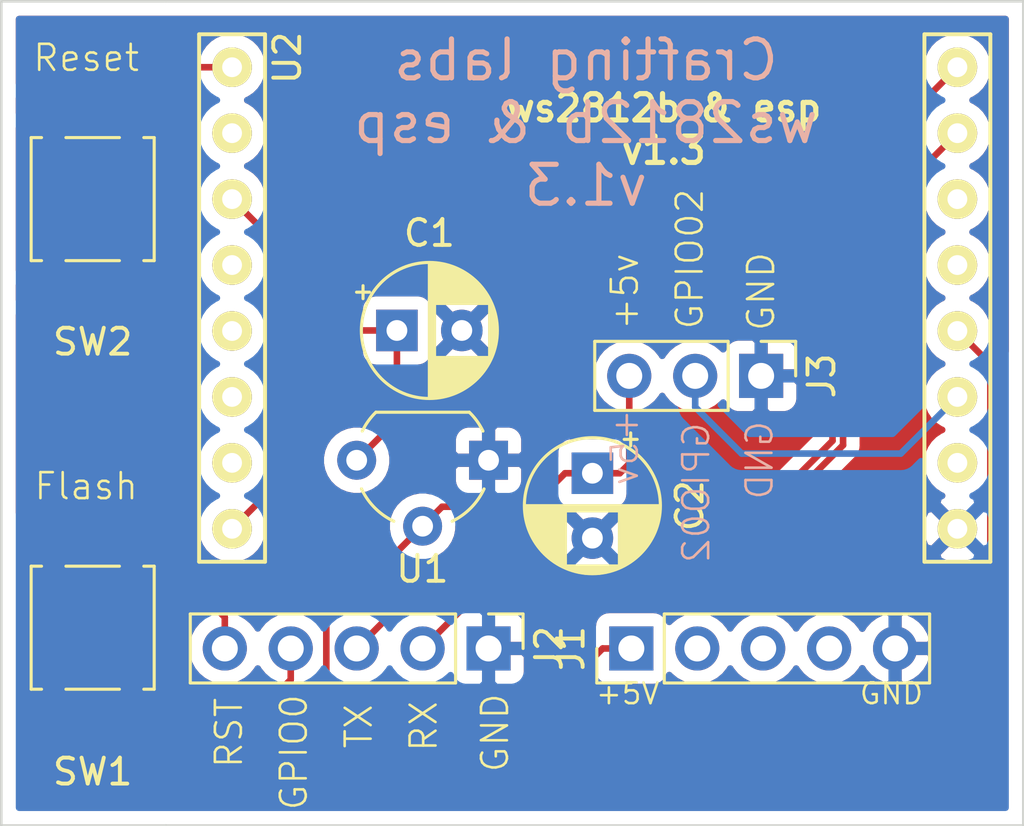
<source format=kicad_pcb>
(kicad_pcb (version 20171130) (host pcbnew 5.0.2-bee76a0~70~ubuntu18.04.1)

  (general
    (thickness 1.6)
    (drawings 23)
    (tracks 57)
    (zones 0)
    (modules 9)
    (nets 9)
  )

  (page A4)
  (title_block
    (title "Gouge: a word clock in french")
    (date 2017-10-04)
  )

  (layers
    (0 F.Cu signal)
    (31 B.Cu signal)
    (32 B.Adhes user)
    (33 F.Adhes user)
    (34 B.Paste user)
    (35 F.Paste user)
    (36 B.SilkS user)
    (37 F.SilkS user)
    (38 B.Mask user)
    (39 F.Mask user)
    (40 Dwgs.User user)
    (41 Cmts.User user)
    (42 Eco1.User user)
    (43 Eco2.User user)
    (44 Edge.Cuts user)
    (45 Margin user)
    (46 B.CrtYd user)
    (47 F.CrtYd user)
    (48 B.Fab user)
    (49 F.Fab user)
  )

  (setup
    (last_trace_width 0.254)
    (trace_clearance 0.1524)
    (zone_clearance 0.508)
    (zone_45_only no)
    (trace_min 0.1524)
    (segment_width 0.2)
    (edge_width 0.1)
    (via_size 0.6858)
    (via_drill 0.3302)
    (via_min_size 0.6858)
    (via_min_drill 0.3302)
    (uvia_size 0.762)
    (uvia_drill 0.508)
    (uvias_allowed no)
    (uvia_min_size 0)
    (uvia_min_drill 0)
    (pcb_text_width 0.3)
    (pcb_text_size 1.5 1.5)
    (mod_edge_width 0.15)
    (mod_text_size 1 1)
    (mod_text_width 0.15)
    (pad_size 1.5 1.5)
    (pad_drill 0.6)
    (pad_to_mask_clearance 0)
    (solder_mask_min_width 0.25)
    (aux_axis_origin 0 0)
    (visible_elements FFFFFF7F)
    (pcbplotparams
      (layerselection 0x00030_80000001)
      (usegerberextensions false)
      (usegerberattributes false)
      (usegerberadvancedattributes false)
      (creategerberjobfile false)
      (excludeedgelayer true)
      (linewidth 0.100000)
      (plotframeref false)
      (viasonmask false)
      (mode 1)
      (useauxorigin false)
      (hpglpennumber 1)
      (hpglpenspeed 20)
      (hpglpendiameter 15.000000)
      (psnegative false)
      (psa4output false)
      (plotreference true)
      (plotvalue true)
      (plotinvisibletext false)
      (padsonsilk false)
      (subtractmaskfromsilk false)
      (outputformat 1)
      (mirror false)
      (drillshape 1)
      (scaleselection 1)
      (outputdirectory ""))
  )

  (net 0 "")
  (net 1 "Net-(C1-Pad1)")
  (net 2 GND)
  (net 3 +5V)
  (net 4 "Net-(J2-Pad2)")
  (net 5 "Net-(J2-Pad3)")
  (net 6 "Net-(J3-Pad2)")
  (net 7 "Net-(J2-Pad4)")
  (net 8 "Net-(J2-Pad5)")

  (net_class Default "This is the default net class."
    (clearance 0.1524)
    (trace_width 0.254)
    (via_dia 0.6858)
    (via_drill 0.3302)
    (uvia_dia 0.762)
    (uvia_drill 0.508)
    (add_net +5V)
    (add_net GND)
    (add_net "Net-(C1-Pad1)")
    (add_net "Net-(J2-Pad2)")
    (add_net "Net-(J2-Pad3)")
    (add_net "Net-(J2-Pad4)")
    (add_net "Net-(J2-Pad5)")
    (add_net "Net-(J3-Pad2)")
  )

  (module Connector_PinHeader_2.54mm:PinHeader_1x05_P2.54mm_Vertical (layer F.Cu) (tedit 59FED5CC) (tstamp 5E4B3D57)
    (at 144.5 108.75 270)
    (descr "Through hole straight pin header, 1x05, 2.54mm pitch, single row")
    (tags "Through hole pin header THT 1x05 2.54mm single row")
    (path /5E3D79F9)
    (fp_text reference J2 (at 0 -2.33 270) (layer F.SilkS)
      (effects (font (size 1 1) (thickness 0.15)))
    )
    (fp_text value Conn_01x05_Male (at 0 12.49 270) (layer F.Fab)
      (effects (font (size 1 1) (thickness 0.15)))
    )
    (fp_line (start -0.635 -1.27) (end 1.27 -1.27) (layer F.Fab) (width 0.1))
    (fp_line (start 1.27 -1.27) (end 1.27 11.43) (layer F.Fab) (width 0.1))
    (fp_line (start 1.27 11.43) (end -1.27 11.43) (layer F.Fab) (width 0.1))
    (fp_line (start -1.27 11.43) (end -1.27 -0.635) (layer F.Fab) (width 0.1))
    (fp_line (start -1.27 -0.635) (end -0.635 -1.27) (layer F.Fab) (width 0.1))
    (fp_line (start -1.33 11.49) (end 1.33 11.49) (layer F.SilkS) (width 0.12))
    (fp_line (start -1.33 1.27) (end -1.33 11.49) (layer F.SilkS) (width 0.12))
    (fp_line (start 1.33 1.27) (end 1.33 11.49) (layer F.SilkS) (width 0.12))
    (fp_line (start -1.33 1.27) (end 1.33 1.27) (layer F.SilkS) (width 0.12))
    (fp_line (start -1.33 0) (end -1.33 -1.33) (layer F.SilkS) (width 0.12))
    (fp_line (start -1.33 -1.33) (end 0 -1.33) (layer F.SilkS) (width 0.12))
    (fp_line (start -1.8 -1.8) (end -1.8 11.95) (layer F.CrtYd) (width 0.05))
    (fp_line (start -1.8 11.95) (end 1.8 11.95) (layer F.CrtYd) (width 0.05))
    (fp_line (start 1.8 11.95) (end 1.8 -1.8) (layer F.CrtYd) (width 0.05))
    (fp_line (start 1.8 -1.8) (end -1.8 -1.8) (layer F.CrtYd) (width 0.05))
    (fp_text user %R (at 0 5.08) (layer F.Fab)
      (effects (font (size 1 1) (thickness 0.15)))
    )
    (pad 1 thru_hole rect (at 0 0 270) (size 1.7 1.7) (drill 1) (layers *.Cu *.Mask)
      (net 2 GND))
    (pad 2 thru_hole oval (at 0 2.54 270) (size 1.7 1.7) (drill 1) (layers *.Cu *.Mask)
      (net 4 "Net-(J2-Pad2)"))
    (pad 3 thru_hole oval (at 0 5.08 270) (size 1.7 1.7) (drill 1) (layers *.Cu *.Mask)
      (net 5 "Net-(J2-Pad3)"))
    (pad 4 thru_hole oval (at 0 7.62 270) (size 1.7 1.7) (drill 1) (layers *.Cu *.Mask)
      (net 7 "Net-(J2-Pad4)"))
    (pad 5 thru_hole oval (at 0 10.16 270) (size 1.7 1.7) (drill 1) (layers *.Cu *.Mask)
      (net 8 "Net-(J2-Pad5)"))
    (model ${KISYS3DMOD}/Connector_PinHeader_2.54mm.3dshapes/PinHeader_1x05_P2.54mm_Vertical.wrl
      (at (xyz 0 0 0))
      (scale (xyz 1 1 1))
      (rotate (xyz 0 0 0))
    )
  )

  (module Connector_PinHeader_2.54mm:PinHeader_1x05_P2.54mm_Vertical (layer F.Cu) (tedit 59FED5CC) (tstamp 5C370A48)
    (at 150 108.75 90)
    (descr "Through hole straight pin header, 1x05, 2.54mm pitch, single row")
    (tags "Through hole pin header THT 1x05 2.54mm single row")
    (path /5C2A3F14)
    (fp_text reference J1 (at 0 -2.33 90) (layer F.SilkS)
      (effects (font (size 1 1) (thickness 0.15)))
    )
    (fp_text value USB_B_Micro (at -2.5 4.75 180) (layer F.Fab)
      (effects (font (size 1 1) (thickness 0.15)))
    )
    (fp_line (start -0.635 -1.27) (end 1.27 -1.27) (layer F.Fab) (width 0.1))
    (fp_line (start 1.27 -1.27) (end 1.27 11.43) (layer F.Fab) (width 0.1))
    (fp_line (start 1.27 11.43) (end -1.27 11.43) (layer F.Fab) (width 0.1))
    (fp_line (start -1.27 11.43) (end -1.27 -0.635) (layer F.Fab) (width 0.1))
    (fp_line (start -1.27 -0.635) (end -0.635 -1.27) (layer F.Fab) (width 0.1))
    (fp_line (start -1.33 11.49) (end 1.33 11.49) (layer F.SilkS) (width 0.12))
    (fp_line (start -1.33 1.27) (end -1.33 11.49) (layer F.SilkS) (width 0.12))
    (fp_line (start 1.33 1.27) (end 1.33 11.49) (layer F.SilkS) (width 0.12))
    (fp_line (start -1.33 1.27) (end 1.33 1.27) (layer F.SilkS) (width 0.12))
    (fp_line (start -1.33 0) (end -1.33 -1.33) (layer F.SilkS) (width 0.12))
    (fp_line (start -1.33 -1.33) (end 0 -1.33) (layer F.SilkS) (width 0.12))
    (fp_line (start -1.8 -1.8) (end -1.8 11.95) (layer F.CrtYd) (width 0.05))
    (fp_line (start -1.8 11.95) (end 1.8 11.95) (layer F.CrtYd) (width 0.05))
    (fp_line (start 1.8 11.95) (end 1.8 -1.8) (layer F.CrtYd) (width 0.05))
    (fp_line (start 1.8 -1.8) (end -1.8 -1.8) (layer F.CrtYd) (width 0.05))
    (fp_text user %R (at 0 5.08 180) (layer F.Fab)
      (effects (font (size 1 1) (thickness 0.15)))
    )
    (pad 1 thru_hole rect (at 0 0 90) (size 1.7 1.7) (drill 1) (layers *.Cu *.Mask)
      (net 3 +5V))
    (pad 2 thru_hole oval (at 0 2.54 90) (size 1.7 1.7) (drill 1) (layers *.Cu *.Mask))
    (pad 3 thru_hole oval (at 0 5.08 90) (size 1.7 1.7) (drill 1) (layers *.Cu *.Mask))
    (pad 4 thru_hole oval (at 0 7.62 90) (size 1.7 1.7) (drill 1) (layers *.Cu *.Mask))
    (pad 5 thru_hole oval (at 0 10.16 90) (size 1.7 1.7) (drill 1) (layers *.Cu *.Mask)
      (net 2 GND))
    (model ${KISYS3DMOD}/Connector_PinHeader_2.54mm.3dshapes/PinHeader_1x05_P2.54mm_Vertical.wrl
      (at (xyz 0 0 0))
      (scale (xyz 1 1 1))
      (rotate (xyz 0 0 0))
    )
  )

  (module "Crafting labs:ESP12-breakout_board" (layer F.Cu) (tedit 59D51472) (tstamp 59D4ECB4)
    (at 148.59 106.68)
    (path /59D4C5FA)
    (fp_text reference U2 (at -11.84 -20.68 90) (layer F.SilkS)
      (effects (font (size 1 1) (thickness 0.15)))
    )
    (fp_text value ESP12 (at -11.59 -16.93 90) (layer F.Fab)
      (effects (font (size 1 1) (thickness 0.15)))
    )
    (fp_line (start 12.7 -21.59) (end 15.24 -21.59) (layer F.SilkS) (width 0.15))
    (fp_line (start 15.24 -21.59) (end 15.24 -1.27) (layer F.SilkS) (width 0.15))
    (fp_line (start 15.24 -1.27) (end 12.7 -1.27) (layer F.SilkS) (width 0.15))
    (fp_line (start 12.7 -1.27) (end 12.7 -21.59) (layer F.SilkS) (width 0.15))
    (fp_line (start -15.24 -21.59) (end -12.7 -21.59) (layer F.SilkS) (width 0.15))
    (fp_line (start -12.7 -21.59) (end -12.7 -1.27) (layer F.SilkS) (width 0.15))
    (fp_line (start -12.7 -1.27) (end -15.24 -1.27) (layer F.SilkS) (width 0.15))
    (fp_line (start -15.24 -1.27) (end -15.24 -21.59) (layer F.SilkS) (width 0.15))
    (pad 1 thru_hole circle (at -13.97 -20.32) (size 1.524 1.524) (drill 0.762) (layers *.Cu *.Mask F.SilkS)
      (net 8 "Net-(J2-Pad5)"))
    (pad 2 thru_hole circle (at -13.97 -17.78) (size 1.524 1.524) (drill 0.762) (layers *.Cu *.Mask F.SilkS))
    (pad 3 thru_hole circle (at -13.97 -15.24) (size 1.524 1.524) (drill 0.762) (layers *.Cu *.Mask F.SilkS)
      (net 1 "Net-(C1-Pad1)"))
    (pad 4 thru_hole circle (at -13.97 -12.7) (size 1.524 1.524) (drill 0.762) (layers *.Cu *.Mask F.SilkS))
    (pad 5 thru_hole circle (at -13.97 -10.16) (size 1.524 1.524) (drill 0.762) (layers *.Cu *.Mask F.SilkS))
    (pad 6 thru_hole circle (at -13.97 -7.62) (size 1.524 1.524) (drill 0.762) (layers *.Cu *.Mask F.SilkS))
    (pad 7 thru_hole circle (at -13.97 -5.08) (size 1.524 1.524) (drill 0.762) (layers *.Cu *.Mask F.SilkS))
    (pad 8 thru_hole circle (at -13.97 -2.54) (size 1.524 1.524) (drill 0.762) (layers *.Cu *.Mask F.SilkS)
      (net 1 "Net-(C1-Pad1)"))
    (pad 16 thru_hole circle (at 13.97 -20.32) (size 1.524 1.524) (drill 0.762) (layers *.Cu *.Mask F.SilkS)
      (net 5 "Net-(J2-Pad3)"))
    (pad 15 thru_hole circle (at 13.97 -17.78) (size 1.524 1.524) (drill 0.762) (layers *.Cu *.Mask F.SilkS)
      (net 4 "Net-(J2-Pad2)"))
    (pad 14 thru_hole circle (at 13.97 -15.24) (size 1.524 1.524) (drill 0.762) (layers *.Cu *.Mask F.SilkS))
    (pad 13 thru_hole circle (at 13.97 -12.7) (size 1.524 1.524) (drill 0.762) (layers *.Cu *.Mask F.SilkS))
    (pad 12 thru_hole circle (at 13.97 -10.16) (size 1.524 1.524) (drill 0.762) (layers *.Cu *.Mask F.SilkS)
      (net 7 "Net-(J2-Pad4)"))
    (pad 11 thru_hole circle (at 13.97 -7.62) (size 1.524 1.524) (drill 0.762) (layers *.Cu *.Mask F.SilkS)
      (net 6 "Net-(J3-Pad2)"))
    (pad 10 thru_hole circle (at 13.97 -5.08) (size 1.524 1.524) (drill 0.762) (layers *.Cu *.Mask F.SilkS))
    (pad 9 thru_hole circle (at 13.97 -2.54) (size 1.524 1.524) (drill 0.762) (layers *.Cu *.Mask F.SilkS)
      (net 2 GND))
  )

  (module Package_TO_SOT_THT:TO-92_Wide (layer F.Cu) (tedit 5A2795B7) (tstamp 5C370A8E)
    (at 144.5 101.5 180)
    (descr "TO-92 leads molded, wide, drill 0.75mm (see NXP sot054_po.pdf)")
    (tags "to-92 sc-43 sc-43a sot54 PA33 transistor")
    (path /59D4E4CD)
    (fp_text reference U1 (at 2.55 -4.19 180) (layer F.SilkS)
      (effects (font (size 1 1) (thickness 0.15)))
    )
    (fp_text value HT7333 (at 6.75 -0.75 90) (layer F.Fab)
      (effects (font (size 1 1) (thickness 0.15)))
    )
    (fp_text user %R (at 2.54 0 180) (layer F.Fab)
      (effects (font (size 1 1) (thickness 0.15)))
    )
    (fp_line (start 0.74 1.85) (end 4.34 1.85) (layer F.SilkS) (width 0.12))
    (fp_line (start 0.8 1.75) (end 4.3 1.75) (layer F.Fab) (width 0.1))
    (fp_line (start -1.01 -3.55) (end 6.09 -3.55) (layer F.CrtYd) (width 0.05))
    (fp_line (start -1.01 -3.55) (end -1.01 2.01) (layer F.CrtYd) (width 0.05))
    (fp_line (start 6.09 2.01) (end 6.09 -3.55) (layer F.CrtYd) (width 0.05))
    (fp_line (start 6.09 2.01) (end -1.01 2.01) (layer F.CrtYd) (width 0.05))
    (fp_arc (start 2.54 0) (end 0.74 1.85) (angle 20) (layer F.SilkS) (width 0.12))
    (fp_arc (start 2.54 0) (end 1.4 -2.35) (angle -39.12170074) (layer F.SilkS) (width 0.12))
    (fp_arc (start 2.54 0) (end 3.65 -2.35) (angle 39.71668247) (layer F.SilkS) (width 0.12))
    (fp_arc (start 2.54 0) (end 2.54 -2.48) (angle 135) (layer F.Fab) (width 0.1))
    (fp_arc (start 2.54 0) (end 2.54 -2.48) (angle -135) (layer F.Fab) (width 0.1))
    (fp_arc (start 2.54 0) (end 4.34 1.85) (angle -20) (layer F.SilkS) (width 0.12))
    (pad 2 thru_hole circle (at 2.54 -2.54 270) (size 1.5 1.5) (drill 0.8) (layers *.Cu *.Mask)
      (net 3 +5V))
    (pad 3 thru_hole circle (at 5.08 0 270) (size 1.5 1.5) (drill 0.8) (layers *.Cu *.Mask)
      (net 1 "Net-(C1-Pad1)"))
    (pad 1 thru_hole rect (at 0 0 270) (size 1.5 1.5) (drill 0.8) (layers *.Cu *.Mask)
      (net 2 GND))
    (model ${KISYS3DMOD}/Package_TO_SOT_THT.3dshapes/TO-92_Wide.wrl
      (at (xyz 0 0 0))
      (scale (xyz 1 1 1))
      (rotate (xyz 0 0 0))
    )
  )

  (module Button_Switch_SMD:SW_SPST_TL3305A (layer F.Cu) (tedit 5ABC3A97) (tstamp 5C3729A9)
    (at 129.25 91.44 90)
    (descr https://www.e-switch.com/system/asset/product_line/data_sheet/213/TL3305.pdf)
    (tags "TL3305 Series Tact Switch")
    (path /5C2AA5DD)
    (attr smd)
    (fp_text reference SW2 (at -5.5 0) (layer F.SilkS)
      (effects (font (size 1 1) (thickness 0.15)))
    )
    (fp_text value Reset (at 0 3.2 90) (layer F.Fab)
      (effects (font (size 1 1) (thickness 0.15)))
    )
    (fp_line (start -3 1.15) (end -3 1.85) (layer F.Fab) (width 0.1))
    (fp_line (start -3 -1.85) (end -3 -1.15) (layer F.Fab) (width 0.1))
    (fp_line (start 3 1.15) (end 3 1.85) (layer F.Fab) (width 0.1))
    (fp_line (start 3 -1.85) (end 3 -1.15) (layer F.Fab) (width 0.1))
    (fp_line (start -3.75 1.85) (end -2.25 1.85) (layer F.Fab) (width 0.1))
    (fp_line (start -3.75 1.15) (end -3.75 1.85) (layer F.Fab) (width 0.1))
    (fp_line (start -2.25 1.15) (end -3.75 1.15) (layer F.Fab) (width 0.1))
    (fp_line (start -3.75 -1.15) (end -2.25 -1.15) (layer F.Fab) (width 0.1))
    (fp_line (start -3.75 -1.85) (end -3.75 -1.15) (layer F.Fab) (width 0.1))
    (fp_line (start -2.25 -1.85) (end -3.75 -1.85) (layer F.Fab) (width 0.1))
    (fp_line (start 3.75 1.85) (end 2.25 1.85) (layer F.Fab) (width 0.1))
    (fp_line (start 3.75 1.15) (end 3.75 1.85) (layer F.Fab) (width 0.1))
    (fp_line (start 2.25 1.15) (end 3.75 1.15) (layer F.Fab) (width 0.1))
    (fp_line (start 3.75 -1.85) (end 2.25 -1.85) (layer F.Fab) (width 0.1))
    (fp_line (start 3.75 -1.15) (end 3.75 -1.85) (layer F.Fab) (width 0.1))
    (fp_line (start 2.25 -1.15) (end 3.75 -1.15) (layer F.Fab) (width 0.1))
    (fp_circle (center 0 0) (end 1.25 0) (layer F.Fab) (width 0.1))
    (fp_line (start -2.25 2.25) (end -2.25 -2.25) (layer F.Fab) (width 0.1))
    (fp_line (start 2.25 2.25) (end -2.25 2.25) (layer F.Fab) (width 0.1))
    (fp_line (start 2.25 -2.25) (end 2.25 2.25) (layer F.Fab) (width 0.1))
    (fp_line (start -2.25 -2.25) (end 2.25 -2.25) (layer F.Fab) (width 0.1))
    (fp_text user %R (at 0 0 90) (layer F.Fab)
      (effects (font (size 0.5 0.5) (thickness 0.075)))
    )
    (fp_line (start -2.37 -2.37) (end 2.37 -2.37) (layer F.SilkS) (width 0.12))
    (fp_line (start -2.37 -2.37) (end -2.37 -1.97) (layer F.SilkS) (width 0.12))
    (fp_line (start 2.37 -2.37) (end 2.37 -1.97) (layer F.SilkS) (width 0.12))
    (fp_line (start -2.37 2.37) (end -2.37 1.97) (layer F.SilkS) (width 0.12))
    (fp_line (start -2.37 2.37) (end 2.37 2.37) (layer F.SilkS) (width 0.12))
    (fp_line (start 2.37 2.37) (end 2.37 1.97) (layer F.SilkS) (width 0.12))
    (fp_line (start 2.37 1.03) (end 2.37 -1.03) (layer F.SilkS) (width 0.12))
    (fp_line (start -2.37 1.03) (end -2.37 -1.03) (layer F.SilkS) (width 0.12))
    (fp_line (start 4.65 -2.5) (end 4.65 2.5) (layer F.CrtYd) (width 0.05))
    (fp_line (start 4.65 2.5) (end -4.65 2.5) (layer F.CrtYd) (width 0.05))
    (fp_line (start -4.65 2.5) (end -4.65 -2.5) (layer F.CrtYd) (width 0.05))
    (fp_line (start -4.65 -2.5) (end 4.65 -2.5) (layer F.CrtYd) (width 0.05))
    (pad 1 smd rect (at 3.6 -1.5 90) (size 1.6 1.4) (layers F.Cu F.Paste F.Mask)
      (net 2 GND))
    (pad 1 smd rect (at -3.6 -1.5 90) (size 1.6 1.4) (layers F.Cu F.Paste F.Mask)
      (net 2 GND))
    (pad 2 smd rect (at 3.6 1.5 90) (size 1.6 1.4) (layers F.Cu F.Paste F.Mask)
      (net 8 "Net-(J2-Pad5)"))
    (pad 2 smd rect (at -3.6 1.5 90) (size 1.6 1.4) (layers F.Cu F.Paste F.Mask)
      (net 8 "Net-(J2-Pad5)"))
    (model ${KISYS3DMOD}/Button_Switch_SMD.3dshapes/SW_SPST_TL3305A.wrl
      (at (xyz 0 0 0))
      (scale (xyz 1 1 1))
      (rotate (xyz 0 0 0))
    )
  )

  (module Connector_PinHeader_2.54mm:PinHeader_1x03_P2.54mm_Vertical (layer F.Cu) (tedit 59FED5CC) (tstamp 5C393CDD)
    (at 155 98.25 270)
    (descr "Through hole straight pin header, 1x03, 2.54mm pitch, single row")
    (tags "Through hole pin header THT 1x03 2.54mm single row")
    (path /5C2CB051)
    (fp_text reference J3 (at 0 -2.33 270) (layer F.SilkS)
      (effects (font (size 1 1) (thickness 0.15)))
    )
    (fp_text value WS2812 (at -2.42 2.345) (layer F.Fab)
      (effects (font (size 1 1) (thickness 0.15)))
    )
    (fp_line (start -0.635 -1.27) (end 1.27 -1.27) (layer F.Fab) (width 0.1))
    (fp_line (start 1.27 -1.27) (end 1.27 6.35) (layer F.Fab) (width 0.1))
    (fp_line (start 1.27 6.35) (end -1.27 6.35) (layer F.Fab) (width 0.1))
    (fp_line (start -1.27 6.35) (end -1.27 -0.635) (layer F.Fab) (width 0.1))
    (fp_line (start -1.27 -0.635) (end -0.635 -1.27) (layer F.Fab) (width 0.1))
    (fp_line (start -1.33 6.41) (end 1.33 6.41) (layer F.SilkS) (width 0.12))
    (fp_line (start -1.33 1.27) (end -1.33 6.41) (layer F.SilkS) (width 0.12))
    (fp_line (start 1.33 1.27) (end 1.33 6.41) (layer F.SilkS) (width 0.12))
    (fp_line (start -1.33 1.27) (end 1.33 1.27) (layer F.SilkS) (width 0.12))
    (fp_line (start -1.33 0) (end -1.33 -1.33) (layer F.SilkS) (width 0.12))
    (fp_line (start -1.33 -1.33) (end 0 -1.33) (layer F.SilkS) (width 0.12))
    (fp_line (start -1.8 -1.8) (end -1.8 6.85) (layer F.CrtYd) (width 0.05))
    (fp_line (start -1.8 6.85) (end 1.8 6.85) (layer F.CrtYd) (width 0.05))
    (fp_line (start 1.8 6.85) (end 1.8 -1.8) (layer F.CrtYd) (width 0.05))
    (fp_line (start 1.8 -1.8) (end -1.8 -1.8) (layer F.CrtYd) (width 0.05))
    (fp_text user %R (at 0 2.54) (layer F.Fab)
      (effects (font (size 1 1) (thickness 0.15)))
    )
    (pad 1 thru_hole rect (at 0 0 270) (size 1.7 1.7) (drill 1) (layers *.Cu *.Mask)
      (net 2 GND))
    (pad 2 thru_hole oval (at 0 2.54 270) (size 1.7 1.7) (drill 1) (layers *.Cu *.Mask)
      (net 6 "Net-(J3-Pad2)"))
    (pad 3 thru_hole oval (at 0 5.08 270) (size 1.7 1.7) (drill 1) (layers *.Cu *.Mask)
      (net 3 +5V))
    (model ${KISYS3DMOD}/Connector_PinHeader_2.54mm.3dshapes/PinHeader_1x03_P2.54mm_Vertical.wrl
      (at (xyz 0 0 0))
      (scale (xyz 1 1 1))
      (rotate (xyz 0 0 0))
    )
  )

  (module Button_Switch_SMD:SW_SPST_TL3305A (layer F.Cu) (tedit 5ABC3A97) (tstamp 5E208600)
    (at 129.25 107.95 90)
    (descr https://www.e-switch.com/system/asset/product_line/data_sheet/213/TL3305.pdf)
    (tags "TL3305 Series Tact Switch")
    (path /5E1FB21F)
    (attr smd)
    (fp_text reference SW1 (at -5.55 0 180) (layer F.SilkS)
      (effects (font (size 1 1) (thickness 0.15)))
    )
    (fp_text value Flash (at 0 3.2 90) (layer F.Fab)
      (effects (font (size 1 1) (thickness 0.15)))
    )
    (fp_line (start -3 1.15) (end -3 1.85) (layer F.Fab) (width 0.1))
    (fp_line (start -3 -1.85) (end -3 -1.15) (layer F.Fab) (width 0.1))
    (fp_line (start 3 1.15) (end 3 1.85) (layer F.Fab) (width 0.1))
    (fp_line (start 3 -1.85) (end 3 -1.15) (layer F.Fab) (width 0.1))
    (fp_line (start -3.75 1.85) (end -2.25 1.85) (layer F.Fab) (width 0.1))
    (fp_line (start -3.75 1.15) (end -3.75 1.85) (layer F.Fab) (width 0.1))
    (fp_line (start -2.25 1.15) (end -3.75 1.15) (layer F.Fab) (width 0.1))
    (fp_line (start -3.75 -1.15) (end -2.25 -1.15) (layer F.Fab) (width 0.1))
    (fp_line (start -3.75 -1.85) (end -3.75 -1.15) (layer F.Fab) (width 0.1))
    (fp_line (start -2.25 -1.85) (end -3.75 -1.85) (layer F.Fab) (width 0.1))
    (fp_line (start 3.75 1.85) (end 2.25 1.85) (layer F.Fab) (width 0.1))
    (fp_line (start 3.75 1.15) (end 3.75 1.85) (layer F.Fab) (width 0.1))
    (fp_line (start 2.25 1.15) (end 3.75 1.15) (layer F.Fab) (width 0.1))
    (fp_line (start 3.75 -1.85) (end 2.25 -1.85) (layer F.Fab) (width 0.1))
    (fp_line (start 3.75 -1.15) (end 3.75 -1.85) (layer F.Fab) (width 0.1))
    (fp_line (start 2.25 -1.15) (end 3.75 -1.15) (layer F.Fab) (width 0.1))
    (fp_circle (center 0 0) (end 1.25 0) (layer F.Fab) (width 0.1))
    (fp_line (start -2.25 2.25) (end -2.25 -2.25) (layer F.Fab) (width 0.1))
    (fp_line (start 2.25 2.25) (end -2.25 2.25) (layer F.Fab) (width 0.1))
    (fp_line (start 2.25 -2.25) (end 2.25 2.25) (layer F.Fab) (width 0.1))
    (fp_line (start -2.25 -2.25) (end 2.25 -2.25) (layer F.Fab) (width 0.1))
    (fp_text user %R (at 0 0 90) (layer F.Fab)
      (effects (font (size 0.5 0.5) (thickness 0.075)))
    )
    (fp_line (start -2.37 -2.37) (end 2.37 -2.37) (layer F.SilkS) (width 0.12))
    (fp_line (start -2.37 -2.37) (end -2.37 -1.97) (layer F.SilkS) (width 0.12))
    (fp_line (start 2.37 -2.37) (end 2.37 -1.97) (layer F.SilkS) (width 0.12))
    (fp_line (start -2.37 2.37) (end -2.37 1.97) (layer F.SilkS) (width 0.12))
    (fp_line (start -2.37 2.37) (end 2.37 2.37) (layer F.SilkS) (width 0.12))
    (fp_line (start 2.37 2.37) (end 2.37 1.97) (layer F.SilkS) (width 0.12))
    (fp_line (start 2.37 1.03) (end 2.37 -1.03) (layer F.SilkS) (width 0.12))
    (fp_line (start -2.37 1.03) (end -2.37 -1.03) (layer F.SilkS) (width 0.12))
    (fp_line (start 4.65 -2.5) (end 4.65 2.5) (layer F.CrtYd) (width 0.05))
    (fp_line (start 4.65 2.5) (end -4.65 2.5) (layer F.CrtYd) (width 0.05))
    (fp_line (start -4.65 2.5) (end -4.65 -2.5) (layer F.CrtYd) (width 0.05))
    (fp_line (start -4.65 -2.5) (end 4.65 -2.5) (layer F.CrtYd) (width 0.05))
    (pad 1 smd rect (at 3.6 -1.5 90) (size 1.6 1.4) (layers F.Cu F.Paste F.Mask)
      (net 7 "Net-(J2-Pad4)"))
    (pad 1 smd rect (at -3.6 -1.5 90) (size 1.6 1.4) (layers F.Cu F.Paste F.Mask)
      (net 7 "Net-(J2-Pad4)"))
    (pad 2 smd rect (at 3.6 1.5 90) (size 1.6 1.4) (layers F.Cu F.Paste F.Mask)
      (net 2 GND))
    (pad 2 smd rect (at -3.6 1.5 90) (size 1.6 1.4) (layers F.Cu F.Paste F.Mask)
      (net 2 GND))
    (model ${KISYS3DMOD}/Button_Switch_SMD.3dshapes/SW_SPST_TL3305A.wrl
      (at (xyz 0 0 0))
      (scale (xyz 1 1 1))
      (rotate (xyz 0 0 0))
    )
  )

  (module Capacitor_THT:CP_Radial_D5.0mm_P2.50mm (layer F.Cu) (tedit 5AE50EF0) (tstamp 5EEF8BC0)
    (at 140.97 96.5)
    (descr "CP, Radial series, Radial, pin pitch=2.50mm, , diameter=5mm, Electrolytic Capacitor")
    (tags "CP Radial series Radial pin pitch 2.50mm  diameter 5mm Electrolytic Capacitor")
    (path /5C2A85C5)
    (fp_text reference C1 (at 1.25 -3.75) (layer F.SilkS)
      (effects (font (size 1 1) (thickness 0.15)))
    )
    (fp_text value CP (at 1.25 3.75) (layer F.Fab)
      (effects (font (size 1 1) (thickness 0.15)))
    )
    (fp_circle (center 1.25 0) (end 3.75 0) (layer F.Fab) (width 0.1))
    (fp_circle (center 1.25 0) (end 3.87 0) (layer F.SilkS) (width 0.12))
    (fp_circle (center 1.25 0) (end 4 0) (layer F.CrtYd) (width 0.05))
    (fp_line (start -0.883605 -1.0875) (end -0.383605 -1.0875) (layer F.Fab) (width 0.1))
    (fp_line (start -0.633605 -1.3375) (end -0.633605 -0.8375) (layer F.Fab) (width 0.1))
    (fp_line (start 1.25 -2.58) (end 1.25 2.58) (layer F.SilkS) (width 0.12))
    (fp_line (start 1.29 -2.58) (end 1.29 2.58) (layer F.SilkS) (width 0.12))
    (fp_line (start 1.33 -2.579) (end 1.33 2.579) (layer F.SilkS) (width 0.12))
    (fp_line (start 1.37 -2.578) (end 1.37 2.578) (layer F.SilkS) (width 0.12))
    (fp_line (start 1.41 -2.576) (end 1.41 2.576) (layer F.SilkS) (width 0.12))
    (fp_line (start 1.45 -2.573) (end 1.45 2.573) (layer F.SilkS) (width 0.12))
    (fp_line (start 1.49 -2.569) (end 1.49 -1.04) (layer F.SilkS) (width 0.12))
    (fp_line (start 1.49 1.04) (end 1.49 2.569) (layer F.SilkS) (width 0.12))
    (fp_line (start 1.53 -2.565) (end 1.53 -1.04) (layer F.SilkS) (width 0.12))
    (fp_line (start 1.53 1.04) (end 1.53 2.565) (layer F.SilkS) (width 0.12))
    (fp_line (start 1.57 -2.561) (end 1.57 -1.04) (layer F.SilkS) (width 0.12))
    (fp_line (start 1.57 1.04) (end 1.57 2.561) (layer F.SilkS) (width 0.12))
    (fp_line (start 1.61 -2.556) (end 1.61 -1.04) (layer F.SilkS) (width 0.12))
    (fp_line (start 1.61 1.04) (end 1.61 2.556) (layer F.SilkS) (width 0.12))
    (fp_line (start 1.65 -2.55) (end 1.65 -1.04) (layer F.SilkS) (width 0.12))
    (fp_line (start 1.65 1.04) (end 1.65 2.55) (layer F.SilkS) (width 0.12))
    (fp_line (start 1.69 -2.543) (end 1.69 -1.04) (layer F.SilkS) (width 0.12))
    (fp_line (start 1.69 1.04) (end 1.69 2.543) (layer F.SilkS) (width 0.12))
    (fp_line (start 1.73 -2.536) (end 1.73 -1.04) (layer F.SilkS) (width 0.12))
    (fp_line (start 1.73 1.04) (end 1.73 2.536) (layer F.SilkS) (width 0.12))
    (fp_line (start 1.77 -2.528) (end 1.77 -1.04) (layer F.SilkS) (width 0.12))
    (fp_line (start 1.77 1.04) (end 1.77 2.528) (layer F.SilkS) (width 0.12))
    (fp_line (start 1.81 -2.52) (end 1.81 -1.04) (layer F.SilkS) (width 0.12))
    (fp_line (start 1.81 1.04) (end 1.81 2.52) (layer F.SilkS) (width 0.12))
    (fp_line (start 1.85 -2.511) (end 1.85 -1.04) (layer F.SilkS) (width 0.12))
    (fp_line (start 1.85 1.04) (end 1.85 2.511) (layer F.SilkS) (width 0.12))
    (fp_line (start 1.89 -2.501) (end 1.89 -1.04) (layer F.SilkS) (width 0.12))
    (fp_line (start 1.89 1.04) (end 1.89 2.501) (layer F.SilkS) (width 0.12))
    (fp_line (start 1.93 -2.491) (end 1.93 -1.04) (layer F.SilkS) (width 0.12))
    (fp_line (start 1.93 1.04) (end 1.93 2.491) (layer F.SilkS) (width 0.12))
    (fp_line (start 1.971 -2.48) (end 1.971 -1.04) (layer F.SilkS) (width 0.12))
    (fp_line (start 1.971 1.04) (end 1.971 2.48) (layer F.SilkS) (width 0.12))
    (fp_line (start 2.011 -2.468) (end 2.011 -1.04) (layer F.SilkS) (width 0.12))
    (fp_line (start 2.011 1.04) (end 2.011 2.468) (layer F.SilkS) (width 0.12))
    (fp_line (start 2.051 -2.455) (end 2.051 -1.04) (layer F.SilkS) (width 0.12))
    (fp_line (start 2.051 1.04) (end 2.051 2.455) (layer F.SilkS) (width 0.12))
    (fp_line (start 2.091 -2.442) (end 2.091 -1.04) (layer F.SilkS) (width 0.12))
    (fp_line (start 2.091 1.04) (end 2.091 2.442) (layer F.SilkS) (width 0.12))
    (fp_line (start 2.131 -2.428) (end 2.131 -1.04) (layer F.SilkS) (width 0.12))
    (fp_line (start 2.131 1.04) (end 2.131 2.428) (layer F.SilkS) (width 0.12))
    (fp_line (start 2.171 -2.414) (end 2.171 -1.04) (layer F.SilkS) (width 0.12))
    (fp_line (start 2.171 1.04) (end 2.171 2.414) (layer F.SilkS) (width 0.12))
    (fp_line (start 2.211 -2.398) (end 2.211 -1.04) (layer F.SilkS) (width 0.12))
    (fp_line (start 2.211 1.04) (end 2.211 2.398) (layer F.SilkS) (width 0.12))
    (fp_line (start 2.251 -2.382) (end 2.251 -1.04) (layer F.SilkS) (width 0.12))
    (fp_line (start 2.251 1.04) (end 2.251 2.382) (layer F.SilkS) (width 0.12))
    (fp_line (start 2.291 -2.365) (end 2.291 -1.04) (layer F.SilkS) (width 0.12))
    (fp_line (start 2.291 1.04) (end 2.291 2.365) (layer F.SilkS) (width 0.12))
    (fp_line (start 2.331 -2.348) (end 2.331 -1.04) (layer F.SilkS) (width 0.12))
    (fp_line (start 2.331 1.04) (end 2.331 2.348) (layer F.SilkS) (width 0.12))
    (fp_line (start 2.371 -2.329) (end 2.371 -1.04) (layer F.SilkS) (width 0.12))
    (fp_line (start 2.371 1.04) (end 2.371 2.329) (layer F.SilkS) (width 0.12))
    (fp_line (start 2.411 -2.31) (end 2.411 -1.04) (layer F.SilkS) (width 0.12))
    (fp_line (start 2.411 1.04) (end 2.411 2.31) (layer F.SilkS) (width 0.12))
    (fp_line (start 2.451 -2.29) (end 2.451 -1.04) (layer F.SilkS) (width 0.12))
    (fp_line (start 2.451 1.04) (end 2.451 2.29) (layer F.SilkS) (width 0.12))
    (fp_line (start 2.491 -2.268) (end 2.491 -1.04) (layer F.SilkS) (width 0.12))
    (fp_line (start 2.491 1.04) (end 2.491 2.268) (layer F.SilkS) (width 0.12))
    (fp_line (start 2.531 -2.247) (end 2.531 -1.04) (layer F.SilkS) (width 0.12))
    (fp_line (start 2.531 1.04) (end 2.531 2.247) (layer F.SilkS) (width 0.12))
    (fp_line (start 2.571 -2.224) (end 2.571 -1.04) (layer F.SilkS) (width 0.12))
    (fp_line (start 2.571 1.04) (end 2.571 2.224) (layer F.SilkS) (width 0.12))
    (fp_line (start 2.611 -2.2) (end 2.611 -1.04) (layer F.SilkS) (width 0.12))
    (fp_line (start 2.611 1.04) (end 2.611 2.2) (layer F.SilkS) (width 0.12))
    (fp_line (start 2.651 -2.175) (end 2.651 -1.04) (layer F.SilkS) (width 0.12))
    (fp_line (start 2.651 1.04) (end 2.651 2.175) (layer F.SilkS) (width 0.12))
    (fp_line (start 2.691 -2.149) (end 2.691 -1.04) (layer F.SilkS) (width 0.12))
    (fp_line (start 2.691 1.04) (end 2.691 2.149) (layer F.SilkS) (width 0.12))
    (fp_line (start 2.731 -2.122) (end 2.731 -1.04) (layer F.SilkS) (width 0.12))
    (fp_line (start 2.731 1.04) (end 2.731 2.122) (layer F.SilkS) (width 0.12))
    (fp_line (start 2.771 -2.095) (end 2.771 -1.04) (layer F.SilkS) (width 0.12))
    (fp_line (start 2.771 1.04) (end 2.771 2.095) (layer F.SilkS) (width 0.12))
    (fp_line (start 2.811 -2.065) (end 2.811 -1.04) (layer F.SilkS) (width 0.12))
    (fp_line (start 2.811 1.04) (end 2.811 2.065) (layer F.SilkS) (width 0.12))
    (fp_line (start 2.851 -2.035) (end 2.851 -1.04) (layer F.SilkS) (width 0.12))
    (fp_line (start 2.851 1.04) (end 2.851 2.035) (layer F.SilkS) (width 0.12))
    (fp_line (start 2.891 -2.004) (end 2.891 -1.04) (layer F.SilkS) (width 0.12))
    (fp_line (start 2.891 1.04) (end 2.891 2.004) (layer F.SilkS) (width 0.12))
    (fp_line (start 2.931 -1.971) (end 2.931 -1.04) (layer F.SilkS) (width 0.12))
    (fp_line (start 2.931 1.04) (end 2.931 1.971) (layer F.SilkS) (width 0.12))
    (fp_line (start 2.971 -1.937) (end 2.971 -1.04) (layer F.SilkS) (width 0.12))
    (fp_line (start 2.971 1.04) (end 2.971 1.937) (layer F.SilkS) (width 0.12))
    (fp_line (start 3.011 -1.901) (end 3.011 -1.04) (layer F.SilkS) (width 0.12))
    (fp_line (start 3.011 1.04) (end 3.011 1.901) (layer F.SilkS) (width 0.12))
    (fp_line (start 3.051 -1.864) (end 3.051 -1.04) (layer F.SilkS) (width 0.12))
    (fp_line (start 3.051 1.04) (end 3.051 1.864) (layer F.SilkS) (width 0.12))
    (fp_line (start 3.091 -1.826) (end 3.091 -1.04) (layer F.SilkS) (width 0.12))
    (fp_line (start 3.091 1.04) (end 3.091 1.826) (layer F.SilkS) (width 0.12))
    (fp_line (start 3.131 -1.785) (end 3.131 -1.04) (layer F.SilkS) (width 0.12))
    (fp_line (start 3.131 1.04) (end 3.131 1.785) (layer F.SilkS) (width 0.12))
    (fp_line (start 3.171 -1.743) (end 3.171 -1.04) (layer F.SilkS) (width 0.12))
    (fp_line (start 3.171 1.04) (end 3.171 1.743) (layer F.SilkS) (width 0.12))
    (fp_line (start 3.211 -1.699) (end 3.211 -1.04) (layer F.SilkS) (width 0.12))
    (fp_line (start 3.211 1.04) (end 3.211 1.699) (layer F.SilkS) (width 0.12))
    (fp_line (start 3.251 -1.653) (end 3.251 -1.04) (layer F.SilkS) (width 0.12))
    (fp_line (start 3.251 1.04) (end 3.251 1.653) (layer F.SilkS) (width 0.12))
    (fp_line (start 3.291 -1.605) (end 3.291 -1.04) (layer F.SilkS) (width 0.12))
    (fp_line (start 3.291 1.04) (end 3.291 1.605) (layer F.SilkS) (width 0.12))
    (fp_line (start 3.331 -1.554) (end 3.331 -1.04) (layer F.SilkS) (width 0.12))
    (fp_line (start 3.331 1.04) (end 3.331 1.554) (layer F.SilkS) (width 0.12))
    (fp_line (start 3.371 -1.5) (end 3.371 -1.04) (layer F.SilkS) (width 0.12))
    (fp_line (start 3.371 1.04) (end 3.371 1.5) (layer F.SilkS) (width 0.12))
    (fp_line (start 3.411 -1.443) (end 3.411 -1.04) (layer F.SilkS) (width 0.12))
    (fp_line (start 3.411 1.04) (end 3.411 1.443) (layer F.SilkS) (width 0.12))
    (fp_line (start 3.451 -1.383) (end 3.451 -1.04) (layer F.SilkS) (width 0.12))
    (fp_line (start 3.451 1.04) (end 3.451 1.383) (layer F.SilkS) (width 0.12))
    (fp_line (start 3.491 -1.319) (end 3.491 -1.04) (layer F.SilkS) (width 0.12))
    (fp_line (start 3.491 1.04) (end 3.491 1.319) (layer F.SilkS) (width 0.12))
    (fp_line (start 3.531 -1.251) (end 3.531 -1.04) (layer F.SilkS) (width 0.12))
    (fp_line (start 3.531 1.04) (end 3.531 1.251) (layer F.SilkS) (width 0.12))
    (fp_line (start 3.571 -1.178) (end 3.571 1.178) (layer F.SilkS) (width 0.12))
    (fp_line (start 3.611 -1.098) (end 3.611 1.098) (layer F.SilkS) (width 0.12))
    (fp_line (start 3.651 -1.011) (end 3.651 1.011) (layer F.SilkS) (width 0.12))
    (fp_line (start 3.691 -0.915) (end 3.691 0.915) (layer F.SilkS) (width 0.12))
    (fp_line (start 3.731 -0.805) (end 3.731 0.805) (layer F.SilkS) (width 0.12))
    (fp_line (start 3.771 -0.677) (end 3.771 0.677) (layer F.SilkS) (width 0.12))
    (fp_line (start 3.811 -0.518) (end 3.811 0.518) (layer F.SilkS) (width 0.12))
    (fp_line (start 3.851 -0.284) (end 3.851 0.284) (layer F.SilkS) (width 0.12))
    (fp_line (start -1.554775 -1.475) (end -1.054775 -1.475) (layer F.SilkS) (width 0.12))
    (fp_line (start -1.304775 -1.725) (end -1.304775 -1.225) (layer F.SilkS) (width 0.12))
    (fp_text user %R (at 1.25 0) (layer F.Fab)
      (effects (font (size 1 1) (thickness 0.15)))
    )
    (pad 1 thru_hole rect (at 0 0) (size 1.6 1.6) (drill 0.8) (layers *.Cu *.Mask)
      (net 1 "Net-(C1-Pad1)"))
    (pad 2 thru_hole circle (at 2.5 0) (size 1.6 1.6) (drill 0.8) (layers *.Cu *.Mask)
      (net 2 GND))
    (model ${KISYS3DMOD}/Capacitor_THT.3dshapes/CP_Radial_D5.0mm_P2.50mm.wrl
      (at (xyz 0 0 0))
      (scale (xyz 1 1 1))
      (rotate (xyz 0 0 0))
    )
  )

  (module Capacitor_THT:CP_Radial_D5.0mm_P2.50mm (layer F.Cu) (tedit 5AE50EF0) (tstamp 5EEF8C43)
    (at 148.5 102 270)
    (descr "CP, Radial series, Radial, pin pitch=2.50mm, , diameter=5mm, Electrolytic Capacitor")
    (tags "CP Radial series Radial pin pitch 2.50mm  diameter 5mm Electrolytic Capacitor")
    (path /5EE24383)
    (fp_text reference C2 (at 1.25 -3.75 270) (layer F.SilkS)
      (effects (font (size 1 1) (thickness 0.15)))
    )
    (fp_text value CP (at 1.25 3.75 270) (layer F.Fab)
      (effects (font (size 1 1) (thickness 0.15)))
    )
    (fp_text user %R (at 1.25 0 270) (layer F.Fab)
      (effects (font (size 1 1) (thickness 0.15)))
    )
    (fp_line (start -1.304775 -1.725) (end -1.304775 -1.225) (layer F.SilkS) (width 0.12))
    (fp_line (start -1.554775 -1.475) (end -1.054775 -1.475) (layer F.SilkS) (width 0.12))
    (fp_line (start 3.851 -0.284) (end 3.851 0.284) (layer F.SilkS) (width 0.12))
    (fp_line (start 3.811 -0.518) (end 3.811 0.518) (layer F.SilkS) (width 0.12))
    (fp_line (start 3.771 -0.677) (end 3.771 0.677) (layer F.SilkS) (width 0.12))
    (fp_line (start 3.731 -0.805) (end 3.731 0.805) (layer F.SilkS) (width 0.12))
    (fp_line (start 3.691 -0.915) (end 3.691 0.915) (layer F.SilkS) (width 0.12))
    (fp_line (start 3.651 -1.011) (end 3.651 1.011) (layer F.SilkS) (width 0.12))
    (fp_line (start 3.611 -1.098) (end 3.611 1.098) (layer F.SilkS) (width 0.12))
    (fp_line (start 3.571 -1.178) (end 3.571 1.178) (layer F.SilkS) (width 0.12))
    (fp_line (start 3.531 1.04) (end 3.531 1.251) (layer F.SilkS) (width 0.12))
    (fp_line (start 3.531 -1.251) (end 3.531 -1.04) (layer F.SilkS) (width 0.12))
    (fp_line (start 3.491 1.04) (end 3.491 1.319) (layer F.SilkS) (width 0.12))
    (fp_line (start 3.491 -1.319) (end 3.491 -1.04) (layer F.SilkS) (width 0.12))
    (fp_line (start 3.451 1.04) (end 3.451 1.383) (layer F.SilkS) (width 0.12))
    (fp_line (start 3.451 -1.383) (end 3.451 -1.04) (layer F.SilkS) (width 0.12))
    (fp_line (start 3.411 1.04) (end 3.411 1.443) (layer F.SilkS) (width 0.12))
    (fp_line (start 3.411 -1.443) (end 3.411 -1.04) (layer F.SilkS) (width 0.12))
    (fp_line (start 3.371 1.04) (end 3.371 1.5) (layer F.SilkS) (width 0.12))
    (fp_line (start 3.371 -1.5) (end 3.371 -1.04) (layer F.SilkS) (width 0.12))
    (fp_line (start 3.331 1.04) (end 3.331 1.554) (layer F.SilkS) (width 0.12))
    (fp_line (start 3.331 -1.554) (end 3.331 -1.04) (layer F.SilkS) (width 0.12))
    (fp_line (start 3.291 1.04) (end 3.291 1.605) (layer F.SilkS) (width 0.12))
    (fp_line (start 3.291 -1.605) (end 3.291 -1.04) (layer F.SilkS) (width 0.12))
    (fp_line (start 3.251 1.04) (end 3.251 1.653) (layer F.SilkS) (width 0.12))
    (fp_line (start 3.251 -1.653) (end 3.251 -1.04) (layer F.SilkS) (width 0.12))
    (fp_line (start 3.211 1.04) (end 3.211 1.699) (layer F.SilkS) (width 0.12))
    (fp_line (start 3.211 -1.699) (end 3.211 -1.04) (layer F.SilkS) (width 0.12))
    (fp_line (start 3.171 1.04) (end 3.171 1.743) (layer F.SilkS) (width 0.12))
    (fp_line (start 3.171 -1.743) (end 3.171 -1.04) (layer F.SilkS) (width 0.12))
    (fp_line (start 3.131 1.04) (end 3.131 1.785) (layer F.SilkS) (width 0.12))
    (fp_line (start 3.131 -1.785) (end 3.131 -1.04) (layer F.SilkS) (width 0.12))
    (fp_line (start 3.091 1.04) (end 3.091 1.826) (layer F.SilkS) (width 0.12))
    (fp_line (start 3.091 -1.826) (end 3.091 -1.04) (layer F.SilkS) (width 0.12))
    (fp_line (start 3.051 1.04) (end 3.051 1.864) (layer F.SilkS) (width 0.12))
    (fp_line (start 3.051 -1.864) (end 3.051 -1.04) (layer F.SilkS) (width 0.12))
    (fp_line (start 3.011 1.04) (end 3.011 1.901) (layer F.SilkS) (width 0.12))
    (fp_line (start 3.011 -1.901) (end 3.011 -1.04) (layer F.SilkS) (width 0.12))
    (fp_line (start 2.971 1.04) (end 2.971 1.937) (layer F.SilkS) (width 0.12))
    (fp_line (start 2.971 -1.937) (end 2.971 -1.04) (layer F.SilkS) (width 0.12))
    (fp_line (start 2.931 1.04) (end 2.931 1.971) (layer F.SilkS) (width 0.12))
    (fp_line (start 2.931 -1.971) (end 2.931 -1.04) (layer F.SilkS) (width 0.12))
    (fp_line (start 2.891 1.04) (end 2.891 2.004) (layer F.SilkS) (width 0.12))
    (fp_line (start 2.891 -2.004) (end 2.891 -1.04) (layer F.SilkS) (width 0.12))
    (fp_line (start 2.851 1.04) (end 2.851 2.035) (layer F.SilkS) (width 0.12))
    (fp_line (start 2.851 -2.035) (end 2.851 -1.04) (layer F.SilkS) (width 0.12))
    (fp_line (start 2.811 1.04) (end 2.811 2.065) (layer F.SilkS) (width 0.12))
    (fp_line (start 2.811 -2.065) (end 2.811 -1.04) (layer F.SilkS) (width 0.12))
    (fp_line (start 2.771 1.04) (end 2.771 2.095) (layer F.SilkS) (width 0.12))
    (fp_line (start 2.771 -2.095) (end 2.771 -1.04) (layer F.SilkS) (width 0.12))
    (fp_line (start 2.731 1.04) (end 2.731 2.122) (layer F.SilkS) (width 0.12))
    (fp_line (start 2.731 -2.122) (end 2.731 -1.04) (layer F.SilkS) (width 0.12))
    (fp_line (start 2.691 1.04) (end 2.691 2.149) (layer F.SilkS) (width 0.12))
    (fp_line (start 2.691 -2.149) (end 2.691 -1.04) (layer F.SilkS) (width 0.12))
    (fp_line (start 2.651 1.04) (end 2.651 2.175) (layer F.SilkS) (width 0.12))
    (fp_line (start 2.651 -2.175) (end 2.651 -1.04) (layer F.SilkS) (width 0.12))
    (fp_line (start 2.611 1.04) (end 2.611 2.2) (layer F.SilkS) (width 0.12))
    (fp_line (start 2.611 -2.2) (end 2.611 -1.04) (layer F.SilkS) (width 0.12))
    (fp_line (start 2.571 1.04) (end 2.571 2.224) (layer F.SilkS) (width 0.12))
    (fp_line (start 2.571 -2.224) (end 2.571 -1.04) (layer F.SilkS) (width 0.12))
    (fp_line (start 2.531 1.04) (end 2.531 2.247) (layer F.SilkS) (width 0.12))
    (fp_line (start 2.531 -2.247) (end 2.531 -1.04) (layer F.SilkS) (width 0.12))
    (fp_line (start 2.491 1.04) (end 2.491 2.268) (layer F.SilkS) (width 0.12))
    (fp_line (start 2.491 -2.268) (end 2.491 -1.04) (layer F.SilkS) (width 0.12))
    (fp_line (start 2.451 1.04) (end 2.451 2.29) (layer F.SilkS) (width 0.12))
    (fp_line (start 2.451 -2.29) (end 2.451 -1.04) (layer F.SilkS) (width 0.12))
    (fp_line (start 2.411 1.04) (end 2.411 2.31) (layer F.SilkS) (width 0.12))
    (fp_line (start 2.411 -2.31) (end 2.411 -1.04) (layer F.SilkS) (width 0.12))
    (fp_line (start 2.371 1.04) (end 2.371 2.329) (layer F.SilkS) (width 0.12))
    (fp_line (start 2.371 -2.329) (end 2.371 -1.04) (layer F.SilkS) (width 0.12))
    (fp_line (start 2.331 1.04) (end 2.331 2.348) (layer F.SilkS) (width 0.12))
    (fp_line (start 2.331 -2.348) (end 2.331 -1.04) (layer F.SilkS) (width 0.12))
    (fp_line (start 2.291 1.04) (end 2.291 2.365) (layer F.SilkS) (width 0.12))
    (fp_line (start 2.291 -2.365) (end 2.291 -1.04) (layer F.SilkS) (width 0.12))
    (fp_line (start 2.251 1.04) (end 2.251 2.382) (layer F.SilkS) (width 0.12))
    (fp_line (start 2.251 -2.382) (end 2.251 -1.04) (layer F.SilkS) (width 0.12))
    (fp_line (start 2.211 1.04) (end 2.211 2.398) (layer F.SilkS) (width 0.12))
    (fp_line (start 2.211 -2.398) (end 2.211 -1.04) (layer F.SilkS) (width 0.12))
    (fp_line (start 2.171 1.04) (end 2.171 2.414) (layer F.SilkS) (width 0.12))
    (fp_line (start 2.171 -2.414) (end 2.171 -1.04) (layer F.SilkS) (width 0.12))
    (fp_line (start 2.131 1.04) (end 2.131 2.428) (layer F.SilkS) (width 0.12))
    (fp_line (start 2.131 -2.428) (end 2.131 -1.04) (layer F.SilkS) (width 0.12))
    (fp_line (start 2.091 1.04) (end 2.091 2.442) (layer F.SilkS) (width 0.12))
    (fp_line (start 2.091 -2.442) (end 2.091 -1.04) (layer F.SilkS) (width 0.12))
    (fp_line (start 2.051 1.04) (end 2.051 2.455) (layer F.SilkS) (width 0.12))
    (fp_line (start 2.051 -2.455) (end 2.051 -1.04) (layer F.SilkS) (width 0.12))
    (fp_line (start 2.011 1.04) (end 2.011 2.468) (layer F.SilkS) (width 0.12))
    (fp_line (start 2.011 -2.468) (end 2.011 -1.04) (layer F.SilkS) (width 0.12))
    (fp_line (start 1.971 1.04) (end 1.971 2.48) (layer F.SilkS) (width 0.12))
    (fp_line (start 1.971 -2.48) (end 1.971 -1.04) (layer F.SilkS) (width 0.12))
    (fp_line (start 1.93 1.04) (end 1.93 2.491) (layer F.SilkS) (width 0.12))
    (fp_line (start 1.93 -2.491) (end 1.93 -1.04) (layer F.SilkS) (width 0.12))
    (fp_line (start 1.89 1.04) (end 1.89 2.501) (layer F.SilkS) (width 0.12))
    (fp_line (start 1.89 -2.501) (end 1.89 -1.04) (layer F.SilkS) (width 0.12))
    (fp_line (start 1.85 1.04) (end 1.85 2.511) (layer F.SilkS) (width 0.12))
    (fp_line (start 1.85 -2.511) (end 1.85 -1.04) (layer F.SilkS) (width 0.12))
    (fp_line (start 1.81 1.04) (end 1.81 2.52) (layer F.SilkS) (width 0.12))
    (fp_line (start 1.81 -2.52) (end 1.81 -1.04) (layer F.SilkS) (width 0.12))
    (fp_line (start 1.77 1.04) (end 1.77 2.528) (layer F.SilkS) (width 0.12))
    (fp_line (start 1.77 -2.528) (end 1.77 -1.04) (layer F.SilkS) (width 0.12))
    (fp_line (start 1.73 1.04) (end 1.73 2.536) (layer F.SilkS) (width 0.12))
    (fp_line (start 1.73 -2.536) (end 1.73 -1.04) (layer F.SilkS) (width 0.12))
    (fp_line (start 1.69 1.04) (end 1.69 2.543) (layer F.SilkS) (width 0.12))
    (fp_line (start 1.69 -2.543) (end 1.69 -1.04) (layer F.SilkS) (width 0.12))
    (fp_line (start 1.65 1.04) (end 1.65 2.55) (layer F.SilkS) (width 0.12))
    (fp_line (start 1.65 -2.55) (end 1.65 -1.04) (layer F.SilkS) (width 0.12))
    (fp_line (start 1.61 1.04) (end 1.61 2.556) (layer F.SilkS) (width 0.12))
    (fp_line (start 1.61 -2.556) (end 1.61 -1.04) (layer F.SilkS) (width 0.12))
    (fp_line (start 1.57 1.04) (end 1.57 2.561) (layer F.SilkS) (width 0.12))
    (fp_line (start 1.57 -2.561) (end 1.57 -1.04) (layer F.SilkS) (width 0.12))
    (fp_line (start 1.53 1.04) (end 1.53 2.565) (layer F.SilkS) (width 0.12))
    (fp_line (start 1.53 -2.565) (end 1.53 -1.04) (layer F.SilkS) (width 0.12))
    (fp_line (start 1.49 1.04) (end 1.49 2.569) (layer F.SilkS) (width 0.12))
    (fp_line (start 1.49 -2.569) (end 1.49 -1.04) (layer F.SilkS) (width 0.12))
    (fp_line (start 1.45 -2.573) (end 1.45 2.573) (layer F.SilkS) (width 0.12))
    (fp_line (start 1.41 -2.576) (end 1.41 2.576) (layer F.SilkS) (width 0.12))
    (fp_line (start 1.37 -2.578) (end 1.37 2.578) (layer F.SilkS) (width 0.12))
    (fp_line (start 1.33 -2.579) (end 1.33 2.579) (layer F.SilkS) (width 0.12))
    (fp_line (start 1.29 -2.58) (end 1.29 2.58) (layer F.SilkS) (width 0.12))
    (fp_line (start 1.25 -2.58) (end 1.25 2.58) (layer F.SilkS) (width 0.12))
    (fp_line (start -0.633605 -1.3375) (end -0.633605 -0.8375) (layer F.Fab) (width 0.1))
    (fp_line (start -0.883605 -1.0875) (end -0.383605 -1.0875) (layer F.Fab) (width 0.1))
    (fp_circle (center 1.25 0) (end 4 0) (layer F.CrtYd) (width 0.05))
    (fp_circle (center 1.25 0) (end 3.87 0) (layer F.SilkS) (width 0.12))
    (fp_circle (center 1.25 0) (end 3.75 0) (layer F.Fab) (width 0.1))
    (pad 2 thru_hole circle (at 2.5 0 270) (size 1.6 1.6) (drill 0.8) (layers *.Cu *.Mask)
      (net 2 GND))
    (pad 1 thru_hole rect (at 0 0 270) (size 1.6 1.6) (drill 0.8) (layers *.Cu *.Mask)
      (net 3 +5V))
    (model ${KISYS3DMOD}/Capacitor_THT.3dshapes/CP_Radial_D5.0mm_P2.50mm.wrl
      (at (xyz 0 0 0))
      (scale (xyz 1 1 1))
      (rotate (xyz 0 0 0))
    )
  )

  (gr_text "GPIO0\n" (at 137 112.75 90) (layer F.SilkS) (tstamp 5E4B402B)
    (effects (font (size 1 1) (thickness 0.1)))
  )
  (gr_text RST (at 134.5 112 90) (layer F.SilkS) (tstamp 5E4B402B)
    (effects (font (size 1 1) (thickness 0.1)))
  )
  (gr_text GND (at 155 95 90) (layer F.SilkS) (tstamp 5E203C3D)
    (effects (font (size 1 1) (thickness 0.1)))
  )
  (gr_text GPIO02 (at 152.25 93.75 90) (layer F.SilkS) (tstamp 5E203C1E)
    (effects (font (size 1 1) (thickness 0.1)))
  )
  (gr_text +5v (at 149.75 95 90) (layer F.SilkS) (tstamp 5E203BC5)
    (effects (font (size 1 1) (thickness 0.1)))
  )
  (gr_text GND (at 144.75 112 90) (layer F.SilkS)
    (effects (font (size 1 1) (thickness 0.1)))
  )
  (gr_text TX (at 139.5 111.75 90) (layer F.SilkS)
    (effects (font (size 1 1) (thickness 0.1)))
  )
  (gr_text RX (at 142 111.75 90) (layer F.SilkS)
    (effects (font (size 1 1) (thickness 0.1)))
  )
  (gr_line (start 132.08 83.82) (end 125.73 83.82) (layer Edge.Cuts) (width 0.1) (tstamp 5E208A8B))
  (gr_line (start 132.08 115.57) (end 125.73 115.57) (layer Edge.Cuts) (width 0.1))
  (gr_text +5V (at 149.86 110.49) (layer F.SilkS) (tstamp 5C373327)
    (effects (font (size 0.8 0.8) (thickness 0.1)))
  )
  (gr_text GND (at 160.02 110.49) (layer F.SilkS) (tstamp 5C373327)
    (effects (font (size 0.8 0.8) (thickness 0.1)))
  )
  (gr_text +5v (at 149.75 101 90) (layer B.SilkS) (tstamp 5C373254)
    (effects (font (size 1 1) (thickness 0.1)) (justify mirror))
  )
  (gr_text GND (at 154.94 101.5 90) (layer B.SilkS) (tstamp 5C373254)
    (effects (font (size 1 1) (thickness 0.1)) (justify mirror))
  )
  (gr_text GPIO02 (at 152.5 102.75 90) (layer B.SilkS) (tstamp 5C373254)
    (effects (font (size 1 1) (thickness 0.1)) (justify mirror))
  )
  (gr_text Reset (at 129 86) (layer F.SilkS)
    (effects (font (size 1 1) (thickness 0.1)))
  )
  (gr_text Flash (at 129 102.5) (layer F.SilkS)
    (effects (font (size 1 1) (thickness 0.1)))
  )
  (gr_line (start 125.73 115.57) (end 125.73 83.82) (angle 90) (layer Edge.Cuts) (width 0.1))
  (gr_line (start 165.1 115.57) (end 132.08 115.57) (angle 90) (layer Edge.Cuts) (width 0.1))
  (gr_line (start 165.1 83.82) (end 165.1 115.57) (angle 90) (layer Edge.Cuts) (width 0.1))
  (gr_line (start 132.08 83.82) (end 165.1 83.82) (angle 90) (layer Edge.Cuts) (width 0.1))
  (gr_text "Crafting labs\nws2812b & esp\nv1.3" (at 148.25 88.5) (layer B.SilkS) (tstamp 5C3730FC)
    (effects (font (size 1.5 1.5) (thickness 0.2)) (justify mirror))
  )
  (gr_text "ws2812b & esp\nv1.3" (at 151.25 88.75) (layer F.SilkS)
    (effects (font (size 1.016 1.016) (thickness 0.2)))
  )

  (segment (start 134.62 91.44) (end 137.16 93.98) (width 0.254) (layer F.Cu) (net 1))
  (segment (start 137.16 101.6) (end 134.62 104.14) (width 0.254) (layer F.Cu) (net 1) (tstamp 59D4F262))
  (segment (start 137.16 93.98) (end 137.16 95.25) (width 0.254) (layer F.Cu) (net 1) (tstamp 59D4F260))
  (segment (start 140.97 99.95) (end 139.42 101.5) (width 0.254) (layer F.Cu) (net 1))
  (segment (start 140.97 96.5) (end 140.97 99.95) (width 0.254) (layer F.Cu) (net 1))
  (segment (start 140.97 96.5) (end 137.16 96.5) (width 0.254) (layer F.Cu) (net 1))
  (segment (start 137.16 95.25) (end 137.16 96.5) (width 0.254) (layer F.Cu) (net 1))
  (segment (start 137.16 96.5) (end 137.16 101.6) (width 0.254) (layer F.Cu) (net 1))
  (segment (start 147.446 102) (end 148.5 102) (width 0.254) (layer F.Cu) (net 3))
  (segment (start 146.155999 103.290001) (end 147.446 102) (width 0.254) (layer F.Cu) (net 3))
  (segment (start 142.709999 103.290001) (end 146.155999 103.290001) (width 0.254) (layer F.Cu) (net 3))
  (segment (start 141.96 104.04) (end 142.709999 103.290001) (width 0.254) (layer F.Cu) (net 3))
  (segment (start 149.92 99.452081) (end 149.92 98.25) (width 0.254) (layer F.Cu) (net 3))
  (segment (start 149.92 101.634) (end 149.92 99.452081) (width 0.254) (layer F.Cu) (net 3))
  (segment (start 149.554 102) (end 149.92 101.634) (width 0.254) (layer F.Cu) (net 3))
  (segment (start 148.5 102) (end 149.554 102) (width 0.254) (layer F.Cu) (net 3))
  (segment (start 141.96 104.04) (end 138.25 107.75) (width 0.254) (layer F.Cu) (net 3))
  (segment (start 138.25 107.75) (end 138.25 110.5) (width 0.254) (layer F.Cu) (net 3))
  (segment (start 148.896 108.75) (end 150 108.75) (width 0.254) (layer F.Cu) (net 3))
  (segment (start 147.146 110.5) (end 148.896 108.75) (width 0.254) (layer F.Cu) (net 3))
  (segment (start 138.25 110.5) (end 147.146 110.5) (width 0.254) (layer F.Cu) (net 3))
  (segment (start 158.156409 100.918341) (end 152.66834 106.40641) (width 0.254) (layer F.Cu) (net 4))
  (segment (start 162.56 88.9) (end 158.156409 93.303591) (width 0.254) (layer F.Cu) (net 4))
  (segment (start 158.156409 93.303591) (end 158.156409 100.918341) (width 0.254) (layer F.Cu) (net 4))
  (segment (start 144.30359 106.40641) (end 141.96 108.75) (width 0.254) (layer F.Cu) (net 4))
  (segment (start 152.66834 106.40641) (end 144.30359 106.40641) (width 0.254) (layer F.Cu) (net 4))
  (segment (start 162.56 86.36) (end 157.75 91.17) (width 0.254) (layer F.Cu) (net 5))
  (segment (start 157.75 91.17) (end 157.75 100.75) (width 0.254) (layer F.Cu) (net 5))
  (segment (start 157.75 100.75) (end 152.5 106) (width 0.254) (layer F.Cu) (net 5))
  (segment (start 142.17 106) (end 139.42 108.75) (width 0.254) (layer F.Cu) (net 5))
  (segment (start 152.5 106) (end 142.17 106) (width 0.254) (layer F.Cu) (net 5))
  (segment (start 152.46 99.452081) (end 154.25 101.242081) (width 0.254) (layer B.Cu) (net 6))
  (segment (start 152.46 98.25) (end 152.46 99.452081) (width 0.254) (layer B.Cu) (net 6))
  (segment (start 160.377919 101.242081) (end 162.56 99.06) (width 0.254) (layer B.Cu) (net 6))
  (segment (start 154.25 101.242081) (end 160.377919 101.242081) (width 0.254) (layer B.Cu) (net 6))
  (segment (start 162.56 96.52) (end 163.83 97.79) (width 0.254) (layer F.Cu) (net 7))
  (segment (start 163.83 97.79) (end 163.83 110.49) (width 0.254) (layer F.Cu) (net 7))
  (segment (start 160.421514 114.3) (end 163.83 110.891514) (width 0.254) (layer F.Cu) (net 7))
  (segment (start 150.792922 114.3) (end 160.421514 114.3) (width 0.254) (layer F.Cu) (net 7))
  (segment (start 163.83 110.891514) (end 163.83 110.49) (width 0.254) (layer F.Cu) (net 7))
  (segment (start 136.88 109.952081) (end 132.532081 114.3) (width 0.254) (layer F.Cu) (net 7))
  (segment (start 129.42 114.3) (end 132.5 114.3) (width 0.254) (layer F.Cu) (net 7))
  (segment (start 132.532081 114.3) (end 132.5 114.3) (width 0.254) (layer F.Cu) (net 7))
  (segment (start 136.88 108.75) (end 136.88 109.952081) (width 0.254) (layer F.Cu) (net 7))
  (segment (start 132.5 114.3) (end 150.792922 114.3) (width 0.254) (layer F.Cu) (net 7))
  (segment (start 127.75 112.63) (end 127.75 111.55) (width 0.254) (layer F.Cu) (net 7))
  (segment (start 129.42 114.3) (end 127.75 112.63) (width 0.254) (layer F.Cu) (net 7))
  (segment (start 127.75 111.55) (end 127.75 104.35) (width 0.254) (layer F.Cu) (net 7))
  (segment (start 132.5 105.707919) (end 132.5 86.36) (width 0.254) (layer F.Cu) (net 8))
  (segment (start 134.34 107.547919) (end 132.5 105.707919) (width 0.254) (layer F.Cu) (net 8))
  (segment (start 134.34 108.75) (end 134.34 107.547919) (width 0.254) (layer F.Cu) (net 8))
  (segment (start 134.62 86.36) (end 132.5 86.36) (width 0.254) (layer F.Cu) (net 8))
  (segment (start 130.75 87.74) (end 130.75 87.84) (width 0.254) (layer F.Cu) (net 8))
  (segment (start 132.13 86.36) (end 130.75 87.74) (width 0.254) (layer F.Cu) (net 8))
  (segment (start 132.5 86.36) (end 132.13 86.36) (width 0.254) (layer F.Cu) (net 8))
  (segment (start 130.75 88.894) (end 130.75 95.04) (width 0.254) (layer F.Cu) (net 8))
  (segment (start 130.75 87.84) (end 130.75 88.894) (width 0.254) (layer F.Cu) (net 8))

  (zone (net 2) (net_name GND) (layer F.Cu) (tstamp 5E208A96) (hatch edge 0.508)
    (connect_pads (clearance 0.508))
    (min_thickness 0.254)
    (fill yes (arc_segments 32) (thermal_gap 0.508) (thermal_bridge_width 0.508))
    (polygon
      (pts
        (xy 125.73 83.82) (xy 165.1 83.82) (xy 165.1 115.57) (xy 125.73 115.57)
      )
    )
    (filled_polygon
      (pts
        (xy 164.415 97.301679) (xy 164.371422 97.248578) (xy 164.342353 97.224722) (xy 163.926841 96.809211) (xy 163.957 96.657592)
        (xy 163.957 96.382408) (xy 163.903314 96.11251) (xy 163.798005 95.858273) (xy 163.64512 95.629465) (xy 163.450535 95.43488)
        (xy 163.221727 95.281995) (xy 163.144485 95.25) (xy 163.221727 95.218005) (xy 163.450535 95.06512) (xy 163.64512 94.870535)
        (xy 163.798005 94.641727) (xy 163.903314 94.38749) (xy 163.957 94.117592) (xy 163.957 93.842408) (xy 163.903314 93.57251)
        (xy 163.798005 93.318273) (xy 163.64512 93.089465) (xy 163.450535 92.89488) (xy 163.221727 92.741995) (xy 163.144485 92.71)
        (xy 163.221727 92.678005) (xy 163.450535 92.52512) (xy 163.64512 92.330535) (xy 163.798005 92.101727) (xy 163.903314 91.84749)
        (xy 163.957 91.577592) (xy 163.957 91.302408) (xy 163.903314 91.03251) (xy 163.798005 90.778273) (xy 163.64512 90.549465)
        (xy 163.450535 90.35488) (xy 163.221727 90.201995) (xy 163.144485 90.17) (xy 163.221727 90.138005) (xy 163.450535 89.98512)
        (xy 163.64512 89.790535) (xy 163.798005 89.561727) (xy 163.903314 89.30749) (xy 163.957 89.037592) (xy 163.957 88.762408)
        (xy 163.903314 88.49251) (xy 163.798005 88.238273) (xy 163.64512 88.009465) (xy 163.450535 87.81488) (xy 163.221727 87.661995)
        (xy 163.144485 87.63) (xy 163.221727 87.598005) (xy 163.450535 87.44512) (xy 163.64512 87.250535) (xy 163.798005 87.021727)
        (xy 163.903314 86.76749) (xy 163.957 86.497592) (xy 163.957 86.222408) (xy 163.903314 85.95251) (xy 163.798005 85.698273)
        (xy 163.64512 85.469465) (xy 163.450535 85.27488) (xy 163.221727 85.121995) (xy 162.96749 85.016686) (xy 162.697592 84.963)
        (xy 162.422408 84.963) (xy 162.15251 85.016686) (xy 161.898273 85.121995) (xy 161.669465 85.27488) (xy 161.47488 85.469465)
        (xy 161.321995 85.698273) (xy 161.216686 85.95251) (xy 161.163 86.222408) (xy 161.163 86.497592) (xy 161.193159 86.64921)
        (xy 157.237654 90.604716) (xy 157.208578 90.628578) (xy 157.152983 90.696322) (xy 157.113355 90.744608) (xy 157.095361 90.778273)
        (xy 157.042598 90.876986) (xy 156.999026 91.020623) (xy 156.988 91.132574) (xy 156.984314 91.17) (xy 156.988 91.207423)
        (xy 156.988001 100.434368) (xy 152.18437 105.238) (xy 149.738334 105.238) (xy 149.857571 104.986004) (xy 149.9263 104.711816)
        (xy 149.940217 104.429488) (xy 149.898787 104.14987) (xy 149.803603 103.883708) (xy 149.736671 103.758486) (xy 149.492702 103.686903)
        (xy 148.679605 104.5) (xy 148.693748 104.514143) (xy 148.514143 104.693748) (xy 148.5 104.679605) (xy 148.485858 104.693748)
        (xy 148.306253 104.514143) (xy 148.320395 104.5) (xy 147.507298 103.686903) (xy 147.263329 103.758486) (xy 147.142429 104.013996)
        (xy 147.0737 104.288184) (xy 147.059783 104.570512) (xy 147.101213 104.85013) (xy 147.196397 105.116292) (xy 147.261451 105.238)
        (xy 142.66 105.238) (xy 142.842886 105.115799) (xy 143.035799 104.922886) (xy 143.187371 104.696043) (xy 143.291775 104.443989)
        (xy 143.345 104.176411) (xy 143.345 104.052001) (xy 146.118576 104.052001) (xy 146.155999 104.055687) (xy 146.193422 104.052001)
        (xy 146.193425 104.052001) (xy 146.305377 104.040975) (xy 146.449014 103.997403) (xy 146.581391 103.926646) (xy 146.697421 103.831423)
        (xy 146.721283 103.802347) (xy 147.261794 103.261837) (xy 147.345506 103.330537) (xy 147.45582 103.389502) (xy 147.575518 103.425812)
        (xy 147.7 103.438072) (xy 147.707215 103.438072) (xy 147.686903 103.507298) (xy 148.5 104.320395) (xy 149.313097 103.507298)
        (xy 149.292785 103.438072) (xy 149.3 103.438072) (xy 149.424482 103.425812) (xy 149.54418 103.389502) (xy 149.654494 103.330537)
        (xy 149.751185 103.251185) (xy 149.830537 103.154494) (xy 149.889502 103.04418) (xy 149.925812 102.924482) (xy 149.938072 102.8)
        (xy 149.938072 102.658731) (xy 149.979392 102.636645) (xy 150.095422 102.541422) (xy 150.119284 102.512346) (xy 150.432347 102.199283)
        (xy 150.461422 102.175422) (xy 150.556645 102.059392) (xy 150.627402 101.927015) (xy 150.670974 101.783378) (xy 150.682 101.671426)
        (xy 150.682 101.671424) (xy 150.685686 101.634001) (xy 150.682 101.596578) (xy 150.682 99.526526) (xy 150.749014 99.490706)
        (xy 150.975134 99.305134) (xy 151.160706 99.079014) (xy 151.19 99.024209) (xy 151.219294 99.079014) (xy 151.404866 99.305134)
        (xy 151.630986 99.490706) (xy 151.888966 99.628599) (xy 152.168889 99.713513) (xy 152.38705 99.735) (xy 152.53295 99.735)
        (xy 152.751111 99.713513) (xy 153.031034 99.628599) (xy 153.289014 99.490706) (xy 153.515134 99.305134) (xy 153.537856 99.277447)
        (xy 153.539403 99.285223) (xy 153.58727 99.400785) (xy 153.656763 99.504789) (xy 153.745211 99.593237) (xy 153.849215 99.66273)
        (xy 153.964777 99.710597) (xy 154.087458 99.735) (xy 154.71425 99.735) (xy 154.873 99.57625) (xy 154.873 98.377)
        (xy 155.127 98.377) (xy 155.127 99.57625) (xy 155.28575 99.735) (xy 155.912542 99.735) (xy 156.035223 99.710597)
        (xy 156.150785 99.66273) (xy 156.254789 99.593237) (xy 156.343237 99.504789) (xy 156.41273 99.400785) (xy 156.460597 99.285223)
        (xy 156.485 99.162542) (xy 156.485 98.53575) (xy 156.32625 98.377) (xy 155.127 98.377) (xy 154.873 98.377)
        (xy 154.853 98.377) (xy 154.853 98.123) (xy 154.873 98.123) (xy 154.873 96.92375) (xy 155.127 96.92375)
        (xy 155.127 98.123) (xy 156.32625 98.123) (xy 156.485 97.96425) (xy 156.485 97.337458) (xy 156.460597 97.214777)
        (xy 156.41273 97.099215) (xy 156.343237 96.995211) (xy 156.254789 96.906763) (xy 156.150785 96.83727) (xy 156.035223 96.789403)
        (xy 155.912542 96.765) (xy 155.28575 96.765) (xy 155.127 96.92375) (xy 154.873 96.92375) (xy 154.71425 96.765)
        (xy 154.087458 96.765) (xy 153.964777 96.789403) (xy 153.849215 96.83727) (xy 153.745211 96.906763) (xy 153.656763 96.995211)
        (xy 153.58727 97.099215) (xy 153.539403 97.214777) (xy 153.537856 97.222553) (xy 153.515134 97.194866) (xy 153.289014 97.009294)
        (xy 153.031034 96.871401) (xy 152.751111 96.786487) (xy 152.53295 96.765) (xy 152.38705 96.765) (xy 152.168889 96.786487)
        (xy 151.888966 96.871401) (xy 151.630986 97.009294) (xy 151.404866 97.194866) (xy 151.219294 97.420986) (xy 151.19 97.475791)
        (xy 151.160706 97.420986) (xy 150.975134 97.194866) (xy 150.749014 97.009294) (xy 150.491034 96.871401) (xy 150.211111 96.786487)
        (xy 149.99295 96.765) (xy 149.84705 96.765) (xy 149.628889 96.786487) (xy 149.348966 96.871401) (xy 149.090986 97.009294)
        (xy 148.864866 97.194866) (xy 148.679294 97.420986) (xy 148.541401 97.678966) (xy 148.456487 97.958889) (xy 148.427815 98.25)
        (xy 148.456487 98.541111) (xy 148.541401 98.821034) (xy 148.679294 99.079014) (xy 148.864866 99.305134) (xy 149.090986 99.490706)
        (xy 149.158001 99.526526) (xy 149.158 100.561928) (xy 147.7 100.561928) (xy 147.575518 100.574188) (xy 147.45582 100.610498)
        (xy 147.345506 100.669463) (xy 147.248815 100.748815) (xy 147.169463 100.845506) (xy 147.110498 100.95582) (xy 147.074188 101.075518)
        (xy 147.061928 101.2) (xy 147.061928 101.341269) (xy 147.020607 101.363355) (xy 146.938557 101.430692) (xy 146.904578 101.458578)
        (xy 146.880721 101.487648) (xy 145.840369 102.528001) (xy 145.822167 102.528001) (xy 145.860597 102.435223) (xy 145.885 102.312542)
        (xy 145.885 101.78575) (xy 145.72625 101.627) (xy 144.627 101.627) (xy 144.627 101.647) (xy 144.373 101.647)
        (xy 144.373 101.627) (xy 143.27375 101.627) (xy 143.115 101.78575) (xy 143.115 102.312542) (xy 143.139403 102.435223)
        (xy 143.177833 102.528001) (xy 142.747422 102.528001) (xy 142.709999 102.524315) (xy 142.672576 102.528001) (xy 142.672573 102.528001)
        (xy 142.560621 102.539027) (xy 142.416984 102.582599) (xy 142.355363 102.615536) (xy 142.284606 102.653356) (xy 142.246279 102.684811)
        (xy 142.096411 102.655) (xy 141.823589 102.655) (xy 141.556011 102.708225) (xy 141.303957 102.812629) (xy 141.077114 102.964201)
        (xy 140.884201 103.157114) (xy 140.732629 103.383957) (xy 140.628225 103.636011) (xy 140.575 103.903589) (xy 140.575 104.176411)
        (xy 140.603364 104.319005) (xy 137.737654 107.184716) (xy 137.708578 107.208578) (xy 137.662274 107.265) (xy 137.613355 107.324608)
        (xy 137.598086 107.353175) (xy 137.557832 107.428486) (xy 137.451034 107.371401) (xy 137.171111 107.286487) (xy 136.95295 107.265)
        (xy 136.80705 107.265) (xy 136.588889 107.286487) (xy 136.308966 107.371401) (xy 136.050986 107.509294) (xy 135.824866 107.694866)
        (xy 135.639294 107.920986) (xy 135.61 107.975791) (xy 135.580706 107.920986) (xy 135.395134 107.694866) (xy 135.169014 107.509294)
        (xy 135.098151 107.471417) (xy 135.095925 107.448815) (xy 135.090974 107.398541) (xy 135.047402 107.254904) (xy 135.00117 107.16841)
        (xy 134.976645 107.122526) (xy 134.905279 107.035567) (xy 134.881422 107.006497) (xy 134.852352 106.98264) (xy 133.262 105.392289)
        (xy 133.262 104.473658) (xy 133.276686 104.54749) (xy 133.381995 104.801727) (xy 133.53488 105.030535) (xy 133.729465 105.22512)
        (xy 133.958273 105.378005) (xy 134.21251 105.483314) (xy 134.482408 105.537) (xy 134.757592 105.537) (xy 135.02749 105.483314)
        (xy 135.281727 105.378005) (xy 135.510535 105.22512) (xy 135.70512 105.030535) (xy 135.858005 104.801727) (xy 135.963314 104.54749)
        (xy 136.017 104.277592) (xy 136.017 104.002408) (xy 135.986841 103.850789) (xy 137.672352 102.165279) (xy 137.701422 102.141422)
        (xy 137.796645 102.025392) (xy 137.867402 101.893015) (xy 137.910974 101.749378) (xy 137.922 101.637426) (xy 137.922 101.637424)
        (xy 137.925686 101.600001) (xy 137.922 101.562578) (xy 137.922 97.262) (xy 139.531928 97.262) (xy 139.531928 97.3)
        (xy 139.544188 97.424482) (xy 139.580498 97.54418) (xy 139.639463 97.654494) (xy 139.718815 97.751185) (xy 139.815506 97.830537)
        (xy 139.92582 97.889502) (xy 140.045518 97.925812) (xy 140.17 97.938072) (xy 140.208 97.938072) (xy 140.208001 99.634368)
        (xy 139.699005 100.143364) (xy 139.556411 100.115) (xy 139.283589 100.115) (xy 139.016011 100.168225) (xy 138.763957 100.272629)
        (xy 138.537114 100.424201) (xy 138.344201 100.617114) (xy 138.192629 100.843957) (xy 138.088225 101.096011) (xy 138.035 101.363589)
        (xy 138.035 101.636411) (xy 138.088225 101.903989) (xy 138.192629 102.156043) (xy 138.344201 102.382886) (xy 138.537114 102.575799)
        (xy 138.763957 102.727371) (xy 139.016011 102.831775) (xy 139.283589 102.885) (xy 139.556411 102.885) (xy 139.823989 102.831775)
        (xy 140.076043 102.727371) (xy 140.302886 102.575799) (xy 140.495799 102.382886) (xy 140.647371 102.156043) (xy 140.751775 101.903989)
        (xy 140.805 101.636411) (xy 140.805 101.363589) (xy 140.776636 101.220995) (xy 141.310173 100.687458) (xy 143.115 100.687458)
        (xy 143.115 101.21425) (xy 143.27375 101.373) (xy 144.373 101.373) (xy 144.373 100.27375) (xy 144.627 100.27375)
        (xy 144.627 101.373) (xy 145.72625 101.373) (xy 145.885 101.21425) (xy 145.885 100.687458) (xy 145.860597 100.564777)
        (xy 145.81273 100.449215) (xy 145.743237 100.345211) (xy 145.654789 100.256763) (xy 145.550785 100.18727) (xy 145.435223 100.139403)
        (xy 145.312542 100.115) (xy 144.78575 100.115) (xy 144.627 100.27375) (xy 144.373 100.27375) (xy 144.21425 100.115)
        (xy 143.687458 100.115) (xy 143.564777 100.139403) (xy 143.449215 100.18727) (xy 143.345211 100.256763) (xy 143.256763 100.345211)
        (xy 143.18727 100.449215) (xy 143.139403 100.564777) (xy 143.115 100.687458) (xy 141.310173 100.687458) (xy 141.482352 100.515279)
        (xy 141.511422 100.491422) (xy 141.606645 100.375392) (xy 141.677402 100.243015) (xy 141.720974 100.099378) (xy 141.732 99.987426)
        (xy 141.732 99.987424) (xy 141.735686 99.950001) (xy 141.732 99.912578) (xy 141.732 97.938072) (xy 141.77 97.938072)
        (xy 141.894482 97.925812) (xy 142.01418 97.889502) (xy 142.124494 97.830537) (xy 142.221185 97.751185) (xy 142.300537 97.654494)
        (xy 142.359502 97.54418) (xy 142.375117 97.492702) (xy 142.656903 97.492702) (xy 142.728486 97.736671) (xy 142.983996 97.857571)
        (xy 143.258184 97.9263) (xy 143.540512 97.940217) (xy 143.82013 97.898787) (xy 144.086292 97.803603) (xy 144.211514 97.736671)
        (xy 144.283097 97.492702) (xy 143.47 96.679605) (xy 142.656903 97.492702) (xy 142.375117 97.492702) (xy 142.395812 97.424482)
        (xy 142.408072 97.3) (xy 142.408072 97.292785) (xy 142.477298 97.313097) (xy 143.290395 96.5) (xy 143.649605 96.5)
        (xy 144.462702 97.313097) (xy 144.706671 97.241514) (xy 144.827571 96.986004) (xy 144.8963 96.711816) (xy 144.910217 96.429488)
        (xy 144.868787 96.14987) (xy 144.773603 95.883708) (xy 144.706671 95.758486) (xy 144.462702 95.686903) (xy 143.649605 96.5)
        (xy 143.290395 96.5) (xy 142.477298 95.686903) (xy 142.408072 95.707215) (xy 142.408072 95.7) (xy 142.395812 95.575518)
        (xy 142.375118 95.507298) (xy 142.656903 95.507298) (xy 143.47 96.320395) (xy 144.283097 95.507298) (xy 144.211514 95.263329)
        (xy 143.956004 95.142429) (xy 143.681816 95.0737) (xy 143.399488 95.059783) (xy 143.11987 95.101213) (xy 142.853708 95.196397)
        (xy 142.728486 95.263329) (xy 142.656903 95.507298) (xy 142.375118 95.507298) (xy 142.359502 95.45582) (xy 142.300537 95.345506)
        (xy 142.221185 95.248815) (xy 142.124494 95.169463) (xy 142.01418 95.110498) (xy 141.894482 95.074188) (xy 141.77 95.061928)
        (xy 140.17 95.061928) (xy 140.045518 95.074188) (xy 139.92582 95.110498) (xy 139.815506 95.169463) (xy 139.718815 95.248815)
        (xy 139.639463 95.345506) (xy 139.580498 95.45582) (xy 139.544188 95.575518) (xy 139.531928 95.7) (xy 139.531928 95.738)
        (xy 137.922 95.738) (xy 137.922 94.017422) (xy 137.925686 93.979999) (xy 137.916379 93.885506) (xy 137.910974 93.830622)
        (xy 137.867402 93.686985) (xy 137.796645 93.554608) (xy 137.701422 93.438578) (xy 137.672353 93.414722) (xy 135.986841 91.729211)
        (xy 136.017 91.577592) (xy 136.017 91.302408) (xy 135.963314 91.03251) (xy 135.858005 90.778273) (xy 135.70512 90.549465)
        (xy 135.510535 90.35488) (xy 135.281727 90.201995) (xy 135.204485 90.17) (xy 135.281727 90.138005) (xy 135.510535 89.98512)
        (xy 135.70512 89.790535) (xy 135.858005 89.561727) (xy 135.963314 89.30749) (xy 136.017 89.037592) (xy 136.017 88.762408)
        (xy 135.963314 88.49251) (xy 135.858005 88.238273) (xy 135.70512 88.009465) (xy 135.510535 87.81488) (xy 135.281727 87.661995)
        (xy 135.204485 87.63) (xy 135.281727 87.598005) (xy 135.510535 87.44512) (xy 135.70512 87.250535) (xy 135.858005 87.021727)
        (xy 135.963314 86.76749) (xy 136.017 86.497592) (xy 136.017 86.222408) (xy 135.963314 85.95251) (xy 135.858005 85.698273)
        (xy 135.70512 85.469465) (xy 135.510535 85.27488) (xy 135.281727 85.121995) (xy 135.02749 85.016686) (xy 134.757592 84.963)
        (xy 134.482408 84.963) (xy 134.21251 85.016686) (xy 133.958273 85.121995) (xy 133.729465 85.27488) (xy 133.53488 85.469465)
        (xy 133.448995 85.598) (xy 132.537426 85.598) (xy 132.5 85.594314) (xy 132.462575 85.598) (xy 132.167423 85.598)
        (xy 132.13 85.594314) (xy 132.092577 85.598) (xy 132.092574 85.598) (xy 131.980622 85.609026) (xy 131.836985 85.652598)
        (xy 131.775364 85.685535) (xy 131.704607 85.723355) (xy 131.662219 85.758143) (xy 131.588578 85.818578) (xy 131.564716 85.847654)
        (xy 131.010442 86.401928) (xy 130.05 86.401928) (xy 129.925518 86.414188) (xy 129.80582 86.450498) (xy 129.695506 86.509463)
        (xy 129.598815 86.588815) (xy 129.519463 86.685506) (xy 129.460498 86.79582) (xy 129.424188 86.915518) (xy 129.411928 87.04)
        (xy 129.411928 88.64) (xy 129.424188 88.764482) (xy 129.460498 88.88418) (xy 129.519463 88.994494) (xy 129.598815 89.091185)
        (xy 129.695506 89.170537) (xy 129.80582 89.229502) (xy 129.925518 89.265812) (xy 129.988 89.271966) (xy 129.988001 93.608034)
        (xy 129.925518 93.614188) (xy 129.80582 93.650498) (xy 129.695506 93.709463) (xy 129.598815 93.788815) (xy 129.519463 93.885506)
        (xy 129.460498 93.99582) (xy 129.424188 94.115518) (xy 129.411928 94.24) (xy 129.411928 95.84) (xy 129.424188 95.964482)
        (xy 129.460498 96.08418) (xy 129.519463 96.194494) (xy 129.598815 96.291185) (xy 129.695506 96.370537) (xy 129.80582 96.429502)
        (xy 129.925518 96.465812) (xy 130.05 96.478072) (xy 131.45 96.478072) (xy 131.574482 96.465812) (xy 131.69418 96.429502)
        (xy 131.738 96.406079) (xy 131.738 102.981974) (xy 131.635223 102.939403) (xy 131.512542 102.915) (xy 131.03575 102.915)
        (xy 130.877 103.07375) (xy 130.877 104.223) (xy 130.897 104.223) (xy 130.897 104.477) (xy 130.877 104.477)
        (xy 130.877 105.62625) (xy 131.03575 105.785) (xy 131.512542 105.785) (xy 131.635223 105.760597) (xy 131.735415 105.719096)
        (xy 131.738 105.745342) (xy 131.738 105.745344) (xy 131.749026 105.857296) (xy 131.792598 106.000933) (xy 131.792599 106.000934)
        (xy 131.863355 106.133311) (xy 131.876542 106.149379) (xy 131.958578 106.249341) (xy 131.987654 106.273203) (xy 133.35322 107.638769)
        (xy 133.284866 107.694866) (xy 133.099294 107.920986) (xy 132.961401 108.178966) (xy 132.876487 108.458889) (xy 132.847815 108.75)
        (xy 132.876487 109.041111) (xy 132.961401 109.321034) (xy 133.099294 109.579014) (xy 133.284866 109.805134) (xy 133.510986 109.990706)
        (xy 133.768966 110.128599) (xy 134.048889 110.213513) (xy 134.26705 110.235) (xy 134.41295 110.235) (xy 134.631111 110.213513)
        (xy 134.911034 110.128599) (xy 135.169014 109.990706) (xy 135.395134 109.805134) (xy 135.580706 109.579014) (xy 135.61 109.524209)
        (xy 135.639294 109.579014) (xy 135.824866 109.805134) (xy 135.89322 109.86123) (xy 132.216451 113.538) (xy 129.73563 113.538)
        (xy 128.945192 112.747562) (xy 128.980537 112.704494) (xy 129.039502 112.59418) (xy 129.075812 112.474482) (xy 129.088072 112.35)
        (xy 129.088072 111.83575) (xy 129.415 111.83575) (xy 129.415 112.412542) (xy 129.439403 112.535223) (xy 129.48727 112.650785)
        (xy 129.556763 112.754789) (xy 129.645211 112.843237) (xy 129.749215 112.91273) (xy 129.864777 112.960597) (xy 129.987458 112.985)
        (xy 130.46425 112.985) (xy 130.623 112.82625) (xy 130.623 111.677) (xy 130.877 111.677) (xy 130.877 112.82625)
        (xy 131.03575 112.985) (xy 131.512542 112.985) (xy 131.635223 112.960597) (xy 131.750785 112.91273) (xy 131.854789 112.843237)
        (xy 131.943237 112.754789) (xy 132.01273 112.650785) (xy 132.060597 112.535223) (xy 132.085 112.412542) (xy 132.085 111.83575)
        (xy 131.92625 111.677) (xy 130.877 111.677) (xy 130.623 111.677) (xy 129.57375 111.677) (xy 129.415 111.83575)
        (xy 129.088072 111.83575) (xy 129.088072 110.75) (xy 129.081913 110.687458) (xy 129.415 110.687458) (xy 129.415 111.26425)
        (xy 129.57375 111.423) (xy 130.623 111.423) (xy 130.623 110.27375) (xy 130.877 110.27375) (xy 130.877 111.423)
        (xy 131.92625 111.423) (xy 132.085 111.26425) (xy 132.085 110.687458) (xy 132.060597 110.564777) (xy 132.01273 110.449215)
        (xy 131.943237 110.345211) (xy 131.854789 110.256763) (xy 131.750785 110.18727) (xy 131.635223 110.139403) (xy 131.512542 110.115)
        (xy 131.03575 110.115) (xy 130.877 110.27375) (xy 130.623 110.27375) (xy 130.46425 110.115) (xy 129.987458 110.115)
        (xy 129.864777 110.139403) (xy 129.749215 110.18727) (xy 129.645211 110.256763) (xy 129.556763 110.345211) (xy 129.48727 110.449215)
        (xy 129.439403 110.564777) (xy 129.415 110.687458) (xy 129.081913 110.687458) (xy 129.075812 110.625518) (xy 129.039502 110.50582)
        (xy 128.980537 110.395506) (xy 128.901185 110.298815) (xy 128.804494 110.219463) (xy 128.69418 110.160498) (xy 128.574482 110.124188)
        (xy 128.512 110.118034) (xy 128.512 105.781966) (xy 128.574482 105.775812) (xy 128.69418 105.739502) (xy 128.804494 105.680537)
        (xy 128.901185 105.601185) (xy 128.980537 105.504494) (xy 129.039502 105.39418) (xy 129.075812 105.274482) (xy 129.088072 105.15)
        (xy 129.088072 104.63575) (xy 129.415 104.63575) (xy 129.415 105.212542) (xy 129.439403 105.335223) (xy 129.48727 105.450785)
        (xy 129.556763 105.554789) (xy 129.645211 105.643237) (xy 129.749215 105.71273) (xy 129.864777 105.760597) (xy 129.987458 105.785)
        (xy 130.46425 105.785) (xy 130.623 105.62625) (xy 130.623 104.477) (xy 129.57375 104.477) (xy 129.415 104.63575)
        (xy 129.088072 104.63575) (xy 129.088072 103.55) (xy 129.081913 103.487458) (xy 129.415 103.487458) (xy 129.415 104.06425)
        (xy 129.57375 104.223) (xy 130.623 104.223) (xy 130.623 103.07375) (xy 130.46425 102.915) (xy 129.987458 102.915)
        (xy 129.864777 102.939403) (xy 129.749215 102.98727) (xy 129.645211 103.056763) (xy 129.556763 103.145211) (xy 129.48727 103.249215)
        (xy 129.439403 103.364777) (xy 129.415 103.487458) (xy 129.081913 103.487458) (xy 129.075812 103.425518) (xy 129.039502 103.30582)
        (xy 128.980537 103.195506) (xy 128.901185 103.098815) (xy 128.804494 103.019463) (xy 128.69418 102.960498) (xy 128.574482 102.924188)
        (xy 128.45 102.911928) (xy 127.05 102.911928) (xy 126.925518 102.924188) (xy 126.80582 102.960498) (xy 126.695506 103.019463)
        (xy 126.598815 103.098815) (xy 126.519463 103.195506) (xy 126.460498 103.30582) (xy 126.424188 103.425518) (xy 126.415 103.518808)
        (xy 126.415 95.902542) (xy 126.439403 96.025223) (xy 126.48727 96.140785) (xy 126.556763 96.244789) (xy 126.645211 96.333237)
        (xy 126.749215 96.40273) (xy 126.864777 96.450597) (xy 126.987458 96.475) (xy 127.46425 96.475) (xy 127.623 96.31625)
        (xy 127.623 95.167) (xy 127.877 95.167) (xy 127.877 96.31625) (xy 128.03575 96.475) (xy 128.512542 96.475)
        (xy 128.635223 96.450597) (xy 128.750785 96.40273) (xy 128.854789 96.333237) (xy 128.943237 96.244789) (xy 129.01273 96.140785)
        (xy 129.060597 96.025223) (xy 129.085 95.902542) (xy 129.085 95.32575) (xy 128.92625 95.167) (xy 127.877 95.167)
        (xy 127.623 95.167) (xy 126.57375 95.167) (xy 126.415 95.32575) (xy 126.415 94.75425) (xy 126.57375 94.913)
        (xy 127.623 94.913) (xy 127.623 93.76375) (xy 127.877 93.76375) (xy 127.877 94.913) (xy 128.92625 94.913)
        (xy 129.085 94.75425) (xy 129.085 94.177458) (xy 129.060597 94.054777) (xy 129.01273 93.939215) (xy 128.943237 93.835211)
        (xy 128.854789 93.746763) (xy 128.750785 93.67727) (xy 128.635223 93.629403) (xy 128.512542 93.605) (xy 128.03575 93.605)
        (xy 127.877 93.76375) (xy 127.623 93.76375) (xy 127.46425 93.605) (xy 126.987458 93.605) (xy 126.864777 93.629403)
        (xy 126.749215 93.67727) (xy 126.645211 93.746763) (xy 126.556763 93.835211) (xy 126.48727 93.939215) (xy 126.439403 94.054777)
        (xy 126.415 94.177458) (xy 126.415 88.702542) (xy 126.439403 88.825223) (xy 126.48727 88.940785) (xy 126.556763 89.044789)
        (xy 126.645211 89.133237) (xy 126.749215 89.20273) (xy 126.864777 89.250597) (xy 126.987458 89.275) (xy 127.46425 89.275)
        (xy 127.623 89.11625) (xy 127.623 87.967) (xy 127.877 87.967) (xy 127.877 89.11625) (xy 128.03575 89.275)
        (xy 128.512542 89.275) (xy 128.635223 89.250597) (xy 128.750785 89.20273) (xy 128.854789 89.133237) (xy 128.943237 89.044789)
        (xy 129.01273 88.940785) (xy 129.060597 88.825223) (xy 129.085 88.702542) (xy 129.085 88.12575) (xy 128.92625 87.967)
        (xy 127.877 87.967) (xy 127.623 87.967) (xy 126.57375 87.967) (xy 126.415 88.12575) (xy 126.415 87.55425)
        (xy 126.57375 87.713) (xy 127.623 87.713) (xy 127.623 86.56375) (xy 127.877 86.56375) (xy 127.877 87.713)
        (xy 128.92625 87.713) (xy 129.085 87.55425) (xy 129.085 86.977458) (xy 129.060597 86.854777) (xy 129.01273 86.739215)
        (xy 128.943237 86.635211) (xy 128.854789 86.546763) (xy 128.750785 86.47727) (xy 128.635223 86.429403) (xy 128.512542 86.405)
        (xy 128.03575 86.405) (xy 127.877 86.56375) (xy 127.623 86.56375) (xy 127.46425 86.405) (xy 126.987458 86.405)
        (xy 126.864777 86.429403) (xy 126.749215 86.47727) (xy 126.645211 86.546763) (xy 126.556763 86.635211) (xy 126.48727 86.739215)
        (xy 126.439403 86.854777) (xy 126.415 86.977458) (xy 126.415 84.505) (xy 164.415 84.505)
      )
    )
    (filled_polygon
      (pts
        (xy 161.163 91.577592) (xy 161.216686 91.84749) (xy 161.321995 92.101727) (xy 161.47488 92.330535) (xy 161.669465 92.52512)
        (xy 161.898273 92.678005) (xy 161.975515 92.71) (xy 161.898273 92.741995) (xy 161.669465 92.89488) (xy 161.47488 93.089465)
        (xy 161.321995 93.318273) (xy 161.216686 93.57251) (xy 161.163 93.842408) (xy 161.163 94.117592) (xy 161.216686 94.38749)
        (xy 161.321995 94.641727) (xy 161.47488 94.870535) (xy 161.669465 95.06512) (xy 161.898273 95.218005) (xy 161.975515 95.25)
        (xy 161.898273 95.281995) (xy 161.669465 95.43488) (xy 161.47488 95.629465) (xy 161.321995 95.858273) (xy 161.216686 96.11251)
        (xy 161.163 96.382408) (xy 161.163 96.657592) (xy 161.216686 96.92749) (xy 161.321995 97.181727) (xy 161.47488 97.410535)
        (xy 161.669465 97.60512) (xy 161.898273 97.758005) (xy 161.975515 97.79) (xy 161.898273 97.821995) (xy 161.669465 97.97488)
        (xy 161.47488 98.169465) (xy 161.321995 98.398273) (xy 161.216686 98.65251) (xy 161.163 98.922408) (xy 161.163 99.197592)
        (xy 161.216686 99.46749) (xy 161.321995 99.721727) (xy 161.47488 99.950535) (xy 161.669465 100.14512) (xy 161.898273 100.298005)
        (xy 161.975515 100.33) (xy 161.898273 100.361995) (xy 161.669465 100.51488) (xy 161.47488 100.709465) (xy 161.321995 100.938273)
        (xy 161.216686 101.19251) (xy 161.163 101.462408) (xy 161.163 101.737592) (xy 161.216686 102.00749) (xy 161.321995 102.261727)
        (xy 161.47488 102.490535) (xy 161.669465 102.68512) (xy 161.898273 102.838005) (xy 161.969943 102.867692) (xy 161.956977 102.872364)
        (xy 161.84102 102.934344) (xy 161.77404 103.174435) (xy 162.56 103.960395) (xy 162.574143 103.946253) (xy 162.753748 104.125858)
        (xy 162.739605 104.14) (xy 162.753748 104.154143) (xy 162.574143 104.333748) (xy 162.56 104.319605) (xy 161.77404 105.105565)
        (xy 161.84102 105.345656) (xy 162.090048 105.462756) (xy 162.357135 105.529023) (xy 162.632017 105.54191) (xy 162.904133 105.500922)
        (xy 163.068001 105.441875) (xy 163.068001 110.452564) (xy 163.068 110.452574) (xy 163.068 110.575883) (xy 160.105884 113.538)
        (xy 134.371711 113.538) (xy 137.392352 110.51736) (xy 137.421422 110.493503) (xy 137.488001 110.412376) (xy 137.488001 110.462564)
        (xy 137.484314 110.5) (xy 137.499026 110.649378) (xy 137.542598 110.793015) (xy 137.613355 110.925392) (xy 137.708578 111.041422)
        (xy 137.824608 111.136645) (xy 137.956985 111.207402) (xy 138.100622 111.250974) (xy 138.212574 111.262) (xy 138.212575 111.262)
        (xy 138.25 111.265686) (xy 138.287426 111.262) (xy 147.108577 111.262) (xy 147.146 111.265686) (xy 147.183423 111.262)
        (xy 147.183426 111.262) (xy 147.295378 111.250974) (xy 147.439015 111.207402) (xy 147.571392 111.136645) (xy 147.687422 111.041422)
        (xy 147.711284 111.012346) (xy 148.686929 110.036702) (xy 148.698815 110.051185) (xy 148.795506 110.130537) (xy 148.90582 110.189502)
        (xy 149.025518 110.225812) (xy 149.15 110.238072) (xy 150.85 110.238072) (xy 150.974482 110.225812) (xy 151.09418 110.189502)
        (xy 151.204494 110.130537) (xy 151.301185 110.051185) (xy 151.380537 109.954494) (xy 151.439502 109.84418) (xy 151.460393 109.775313)
        (xy 151.484866 109.805134) (xy 151.710986 109.990706) (xy 151.968966 110.128599) (xy 152.248889 110.213513) (xy 152.46705 110.235)
        (xy 152.61295 110.235) (xy 152.831111 110.213513) (xy 153.111034 110.128599) (xy 153.369014 109.990706) (xy 153.595134 109.805134)
        (xy 153.780706 109.579014) (xy 153.81 109.524209) (xy 153.839294 109.579014) (xy 154.024866 109.805134) (xy 154.250986 109.990706)
        (xy 154.508966 110.128599) (xy 154.788889 110.213513) (xy 155.00705 110.235) (xy 155.15295 110.235) (xy 155.371111 110.213513)
        (xy 155.651034 110.128599) (xy 155.909014 109.990706) (xy 156.135134 109.805134) (xy 156.320706 109.579014) (xy 156.35 109.524209)
        (xy 156.379294 109.579014) (xy 156.564866 109.805134) (xy 156.790986 109.990706) (xy 157.048966 110.128599) (xy 157.328889 110.213513)
        (xy 157.54705 110.235) (xy 157.69295 110.235) (xy 157.911111 110.213513) (xy 158.191034 110.128599) (xy 158.449014 109.990706)
        (xy 158.675134 109.805134) (xy 158.860706 109.579014) (xy 158.895201 109.514477) (xy 158.964822 109.631355) (xy 159.159731 109.847588)
        (xy 159.39308 110.021641) (xy 159.655901 110.146825) (xy 159.80311 110.191476) (xy 160.033 110.070155) (xy 160.033 108.877)
        (xy 160.287 108.877) (xy 160.287 110.070155) (xy 160.51689 110.191476) (xy 160.664099 110.146825) (xy 160.92692 110.021641)
        (xy 161.160269 109.847588) (xy 161.355178 109.631355) (xy 161.504157 109.381252) (xy 161.601481 109.106891) (xy 161.480814 108.877)
        (xy 160.287 108.877) (xy 160.033 108.877) (xy 160.013 108.877) (xy 160.013 108.623) (xy 160.033 108.623)
        (xy 160.033 107.429845) (xy 160.287 107.429845) (xy 160.287 108.623) (xy 161.480814 108.623) (xy 161.601481 108.393109)
        (xy 161.504157 108.118748) (xy 161.355178 107.868645) (xy 161.160269 107.652412) (xy 160.92692 107.478359) (xy 160.664099 107.353175)
        (xy 160.51689 107.308524) (xy 160.287 107.429845) (xy 160.033 107.429845) (xy 159.80311 107.308524) (xy 159.655901 107.353175)
        (xy 159.39308 107.478359) (xy 159.159731 107.652412) (xy 158.964822 107.868645) (xy 158.895201 107.985523) (xy 158.860706 107.920986)
        (xy 158.675134 107.694866) (xy 158.449014 107.509294) (xy 158.191034 107.371401) (xy 157.911111 107.286487) (xy 157.69295 107.265)
        (xy 157.54705 107.265) (xy 157.328889 107.286487) (xy 157.048966 107.371401) (xy 156.790986 107.509294) (xy 156.564866 107.694866)
        (xy 156.379294 107.920986) (xy 156.35 107.975791) (xy 156.320706 107.920986) (xy 156.135134 107.694866) (xy 155.909014 107.509294)
        (xy 155.651034 107.371401) (xy 155.371111 107.286487) (xy 155.15295 107.265) (xy 155.00705 107.265) (xy 154.788889 107.286487)
        (xy 154.508966 107.371401) (xy 154.250986 107.509294) (xy 154.024866 107.694866) (xy 153.839294 107.920986) (xy 153.81 107.975791)
        (xy 153.780706 107.920986) (xy 153.595134 107.694866) (xy 153.369014 107.509294) (xy 153.111034 107.371401) (xy 152.831111 107.286487)
        (xy 152.61295 107.265) (xy 152.46705 107.265) (xy 152.248889 107.286487) (xy 151.968966 107.371401) (xy 151.710986 107.509294)
        (xy 151.484866 107.694866) (xy 151.460393 107.724687) (xy 151.439502 107.65582) (xy 151.380537 107.545506) (xy 151.301185 107.448815)
        (xy 151.204494 107.369463) (xy 151.09418 107.310498) (xy 150.974482 107.274188) (xy 150.85 107.261928) (xy 149.15 107.261928)
        (xy 149.025518 107.274188) (xy 148.90582 107.310498) (xy 148.795506 107.369463) (xy 148.698815 107.448815) (xy 148.619463 107.545506)
        (xy 148.560498 107.65582) (xy 148.524188 107.775518) (xy 148.511928 107.9) (xy 148.511928 108.091269) (xy 148.470607 108.113355)
        (xy 148.395015 108.175392) (xy 148.354578 108.208578) (xy 148.330721 108.237648) (xy 146.83037 109.738) (xy 145.96999 109.738)
        (xy 145.985 109.662542) (xy 145.985 109.03575) (xy 145.82625 108.877) (xy 144.627 108.877) (xy 144.627 108.897)
        (xy 144.373 108.897) (xy 144.373 108.877) (xy 144.353 108.877) (xy 144.353 108.623) (xy 144.373 108.623)
        (xy 144.373 108.603) (xy 144.627 108.603) (xy 144.627 108.623) (xy 145.82625 108.623) (xy 145.985 108.46425)
        (xy 145.985 107.837458) (xy 145.960597 107.714777) (xy 145.91273 107.599215) (xy 145.843237 107.495211) (xy 145.754789 107.406763)
        (xy 145.650785 107.33727) (xy 145.535223 107.289403) (xy 145.412542 107.265) (xy 144.78575 107.265) (xy 144.627002 107.423748)
        (xy 144.627002 107.265) (xy 144.522631 107.265) (xy 144.619221 107.16841) (xy 152.630917 107.16841) (xy 152.66834 107.172096)
        (xy 152.705763 107.16841) (xy 152.705766 107.16841) (xy 152.817718 107.157384) (xy 152.961355 107.113812) (xy 153.093732 107.043055)
        (xy 153.209762 106.947832) (xy 153.233624 106.918756) (xy 155.940363 104.212017) (xy 161.15809 104.212017) (xy 161.199078 104.484133)
        (xy 161.292364 104.743023) (xy 161.354344 104.85898) (xy 161.594435 104.92596) (xy 162.380395 104.14) (xy 161.594435 103.35404)
        (xy 161.354344 103.42102) (xy 161.237244 103.670048) (xy 161.170977 103.937135) (xy 161.15809 104.212017) (xy 155.940363 104.212017)
        (xy 158.668755 101.483625) (xy 158.697831 101.459763) (xy 158.758266 101.386122) (xy 158.793054 101.343734) (xy 158.849569 101.238)
        (xy 158.863811 101.211356) (xy 158.907383 101.067719) (xy 158.918409 100.955767) (xy 158.918409 100.955764) (xy 158.922095 100.918341)
        (xy 158.918409 100.880918) (xy 158.918409 93.619221) (xy 161.163 91.374631)
      )
    )
  )
  (zone (net 2) (net_name GND) (layer B.Cu) (tstamp 5E208A93) (hatch edge 0.508)
    (connect_pads (clearance 0.508))
    (min_thickness 0.254)
    (fill yes (arc_segments 32) (thermal_gap 0.508) (thermal_bridge_width 0.508))
    (polygon
      (pts
        (xy 125.73 83.82) (xy 165.1 83.82) (xy 165.1 115.57) (xy 125.73 115.57)
      )
    )
    (filled_polygon
      (pts
        (xy 164.415001 114.885) (xy 126.415 114.885) (xy 126.415 108.75) (xy 132.847815 108.75) (xy 132.876487 109.041111)
        (xy 132.961401 109.321034) (xy 133.099294 109.579014) (xy 133.284866 109.805134) (xy 133.510986 109.990706) (xy 133.768966 110.128599)
        (xy 134.048889 110.213513) (xy 134.26705 110.235) (xy 134.41295 110.235) (xy 134.631111 110.213513) (xy 134.911034 110.128599)
        (xy 135.169014 109.990706) (xy 135.395134 109.805134) (xy 135.580706 109.579014) (xy 135.61 109.524209) (xy 135.639294 109.579014)
        (xy 135.824866 109.805134) (xy 136.050986 109.990706) (xy 136.308966 110.128599) (xy 136.588889 110.213513) (xy 136.80705 110.235)
        (xy 136.95295 110.235) (xy 137.171111 110.213513) (xy 137.451034 110.128599) (xy 137.709014 109.990706) (xy 137.935134 109.805134)
        (xy 138.120706 109.579014) (xy 138.15 109.524209) (xy 138.179294 109.579014) (xy 138.364866 109.805134) (xy 138.590986 109.990706)
        (xy 138.848966 110.128599) (xy 139.128889 110.213513) (xy 139.34705 110.235) (xy 139.49295 110.235) (xy 139.711111 110.213513)
        (xy 139.991034 110.128599) (xy 140.249014 109.990706) (xy 140.475134 109.805134) (xy 140.660706 109.579014) (xy 140.69 109.524209)
        (xy 140.719294 109.579014) (xy 140.904866 109.805134) (xy 141.130986 109.990706) (xy 141.388966 110.128599) (xy 141.668889 110.213513)
        (xy 141.88705 110.235) (xy 142.03295 110.235) (xy 142.251111 110.213513) (xy 142.531034 110.128599) (xy 142.789014 109.990706)
        (xy 143.015134 109.805134) (xy 143.037856 109.777447) (xy 143.039403 109.785223) (xy 143.08727 109.900785) (xy 143.156763 110.004789)
        (xy 143.245211 110.093237) (xy 143.349215 110.16273) (xy 143.464777 110.210597) (xy 143.587458 110.235) (xy 144.21425 110.235)
        (xy 144.373 110.07625) (xy 144.373 108.877) (xy 144.627 108.877) (xy 144.627 110.07625) (xy 144.78575 110.235)
        (xy 145.412542 110.235) (xy 145.535223 110.210597) (xy 145.650785 110.16273) (xy 145.754789 110.093237) (xy 145.843237 110.004789)
        (xy 145.91273 109.900785) (xy 145.960597 109.785223) (xy 145.985 109.662542) (xy 145.985 109.03575) (xy 145.82625 108.877)
        (xy 144.627 108.877) (xy 144.373 108.877) (xy 144.353 108.877) (xy 144.353 108.623) (xy 144.373 108.623)
        (xy 144.373 107.42375) (xy 144.627 107.42375) (xy 144.627 108.623) (xy 145.82625 108.623) (xy 145.985 108.46425)
        (xy 145.985 107.9) (xy 148.511928 107.9) (xy 148.511928 109.6) (xy 148.524188 109.724482) (xy 148.560498 109.84418)
        (xy 148.619463 109.954494) (xy 148.698815 110.051185) (xy 148.795506 110.130537) (xy 148.90582 110.189502) (xy 149.025518 110.225812)
        (xy 149.15 110.238072) (xy 150.85 110.238072) (xy 150.974482 110.225812) (xy 151.09418 110.189502) (xy 151.204494 110.130537)
        (xy 151.301185 110.051185) (xy 151.380537 109.954494) (xy 151.439502 109.84418) (xy 151.460393 109.775313) (xy 151.484866 109.805134)
        (xy 151.710986 109.990706) (xy 151.968966 110.128599) (xy 152.248889 110.213513) (xy 152.46705 110.235) (xy 152.61295 110.235)
        (xy 152.831111 110.213513) (xy 153.111034 110.128599) (xy 153.369014 109.990706) (xy 153.595134 109.805134) (xy 153.780706 109.579014)
        (xy 153.81 109.524209) (xy 153.839294 109.579014) (xy 154.024866 109.805134) (xy 154.250986 109.990706) (xy 154.508966 110.128599)
        (xy 154.788889 110.213513) (xy 155.00705 110.235) (xy 155.15295 110.235) (xy 155.371111 110.213513) (xy 155.651034 110.128599)
        (xy 155.909014 109.990706) (xy 156.135134 109.805134) (xy 156.320706 109.579014) (xy 156.35 109.524209) (xy 156.379294 109.579014)
        (xy 156.564866 109.805134) (xy 156.790986 109.990706) (xy 157.048966 110.128599) (xy 157.328889 110.213513) (xy 157.54705 110.235)
        (xy 157.69295 110.235) (xy 157.911111 110.213513) (xy 158.191034 110.128599) (xy 158.449014 109.990706) (xy 158.675134 109.805134)
        (xy 158.860706 109.579014) (xy 158.895201 109.514477) (xy 158.964822 109.631355) (xy 159.159731 109.847588) (xy 159.39308 110.021641)
        (xy 159.655901 110.146825) (xy 159.80311 110.191476) (xy 160.033 110.070155) (xy 160.033 108.877) (xy 160.287 108.877)
        (xy 160.287 110.070155) (xy 160.51689 110.191476) (xy 160.664099 110.146825) (xy 160.92692 110.021641) (xy 161.160269 109.847588)
        (xy 161.355178 109.631355) (xy 161.504157 109.381252) (xy 161.601481 109.106891) (xy 161.480814 108.877) (xy 160.287 108.877)
        (xy 160.033 108.877) (xy 160.013 108.877) (xy 160.013 108.623) (xy 160.033 108.623) (xy 160.033 107.429845)
        (xy 160.287 107.429845) (xy 160.287 108.623) (xy 161.480814 108.623) (xy 161.601481 108.393109) (xy 161.504157 108.118748)
        (xy 161.355178 107.868645) (xy 161.160269 107.652412) (xy 160.92692 107.478359) (xy 160.664099 107.353175) (xy 160.51689 107.308524)
        (xy 160.287 107.429845) (xy 160.033 107.429845) (xy 159.80311 107.308524) (xy 159.655901 107.353175) (xy 159.39308 107.478359)
        (xy 159.159731 107.652412) (xy 158.964822 107.868645) (xy 158.895201 107.985523) (xy 158.860706 107.920986) (xy 158.675134 107.694866)
        (xy 158.449014 107.509294) (xy 158.191034 107.371401) (xy 157.911111 107.286487) (xy 157.69295 107.265) (xy 157.54705 107.265)
        (xy 157.328889 107.286487) (xy 157.048966 107.371401) (xy 156.790986 107.509294) (xy 156.564866 107.694866) (xy 156.379294 107.920986)
        (xy 156.35 107.975791) (xy 156.320706 107.920986) (xy 156.135134 107.694866) (xy 155.909014 107.509294) (xy 155.651034 107.371401)
        (xy 155.371111 107.286487) (xy 155.15295 107.265) (xy 155.00705 107.265) (xy 154.788889 107.286487) (xy 154.508966 107.371401)
        (xy 154.250986 107.509294) (xy 154.024866 107.694866) (xy 153.839294 107.920986) (xy 153.81 107.975791) (xy 153.780706 107.920986)
        (xy 153.595134 107.694866) (xy 153.369014 107.509294) (xy 153.111034 107.371401) (xy 152.831111 107.286487) (xy 152.61295 107.265)
        (xy 152.46705 107.265) (xy 152.248889 107.286487) (xy 151.968966 107.371401) (xy 151.710986 107.509294) (xy 151.484866 107.694866)
        (xy 151.460393 107.724687) (xy 151.439502 107.65582) (xy 151.380537 107.545506) (xy 151.301185 107.448815) (xy 151.204494 107.369463)
        (xy 151.09418 107.310498) (xy 150.974482 107.274188) (xy 150.85 107.261928) (xy 149.15 107.261928) (xy 149.025518 107.274188)
        (xy 148.90582 107.310498) (xy 148.795506 107.369463) (xy 148.698815 107.448815) (xy 148.619463 107.545506) (xy 148.560498 107.65582)
        (xy 148.524188 107.775518) (xy 148.511928 107.9) (xy 145.985 107.9) (xy 145.985 107.837458) (xy 145.960597 107.714777)
        (xy 145.91273 107.599215) (xy 145.843237 107.495211) (xy 145.754789 107.406763) (xy 145.650785 107.33727) (xy 145.535223 107.289403)
        (xy 145.412542 107.265) (xy 144.78575 107.265) (xy 144.627 107.42375) (xy 144.373 107.42375) (xy 144.21425 107.265)
        (xy 143.587458 107.265) (xy 143.464777 107.289403) (xy 143.349215 107.33727) (xy 143.245211 107.406763) (xy 143.156763 107.495211)
        (xy 143.08727 107.599215) (xy 143.039403 107.714777) (xy 143.037856 107.722553) (xy 143.015134 107.694866) (xy 142.789014 107.509294)
        (xy 142.531034 107.371401) (xy 142.251111 107.286487) (xy 142.03295 107.265) (xy 141.88705 107.265) (xy 141.668889 107.286487)
        (xy 141.388966 107.371401) (xy 141.130986 107.509294) (xy 140.904866 107.694866) (xy 140.719294 107.920986) (xy 140.69 107.975791)
        (xy 140.660706 107.920986) (xy 140.475134 107.694866) (xy 140.249014 107.509294) (xy 139.991034 107.371401) (xy 139.711111 107.286487)
        (xy 139.49295 107.265) (xy 139.34705 107.265) (xy 139.128889 107.286487) (xy 138.848966 107.371401) (xy 138.590986 107.509294)
        (xy 138.364866 107.694866) (xy 138.179294 107.920986) (xy 138.15 107.975791) (xy 138.120706 107.920986) (xy 137.935134 107.694866)
        (xy 137.709014 107.509294) (xy 137.451034 107.371401) (xy 137.171111 107.286487) (xy 136.95295 107.265) (xy 136.80705 107.265)
        (xy 136.588889 107.286487) (xy 136.308966 107.371401) (xy 136.050986 107.509294) (xy 135.824866 107.694866) (xy 135.639294 107.920986)
        (xy 135.61 107.975791) (xy 135.580706 107.920986) (xy 135.395134 107.694866) (xy 135.169014 107.509294) (xy 134.911034 107.371401)
        (xy 134.631111 107.286487) (xy 134.41295 107.265) (xy 134.26705 107.265) (xy 134.048889 107.286487) (xy 133.768966 107.371401)
        (xy 133.510986 107.509294) (xy 133.284866 107.694866) (xy 133.099294 107.920986) (xy 132.961401 108.178966) (xy 132.876487 108.458889)
        (xy 132.847815 108.75) (xy 126.415 108.75) (xy 126.415 86.222408) (xy 133.223 86.222408) (xy 133.223 86.497592)
        (xy 133.276686 86.76749) (xy 133.381995 87.021727) (xy 133.53488 87.250535) (xy 133.729465 87.44512) (xy 133.958273 87.598005)
        (xy 134.035515 87.63) (xy 133.958273 87.661995) (xy 133.729465 87.81488) (xy 133.53488 88.009465) (xy 133.381995 88.238273)
        (xy 133.276686 88.49251) (xy 133.223 88.762408) (xy 133.223 89.037592) (xy 133.276686 89.30749) (xy 133.381995 89.561727)
        (xy 133.53488 89.790535) (xy 133.729465 89.98512) (xy 133.958273 90.138005) (xy 134.035515 90.17) (xy 133.958273 90.201995)
        (xy 133.729465 90.35488) (xy 133.53488 90.549465) (xy 133.381995 90.778273) (xy 133.276686 91.03251) (xy 133.223 91.302408)
        (xy 133.223 91.577592) (xy 133.276686 91.84749) (xy 133.381995 92.101727) (xy 133.53488 92.330535) (xy 133.729465 92.52512)
        (xy 133.958273 92.678005) (xy 134.035515 92.71) (xy 133.958273 92.741995) (xy 133.729465 92.89488) (xy 133.53488 93.089465)
        (xy 133.381995 93.318273) (xy 133.276686 93.57251) (xy 133.223 93.842408) (xy 133.223 94.117592) (xy 133.276686 94.38749)
        (xy 133.381995 94.641727) (xy 133.53488 94.870535) (xy 133.729465 95.06512) (xy 133.958273 95.218005) (xy 134.035515 95.25)
        (xy 133.958273 95.281995) (xy 133.729465 95.43488) (xy 133.53488 95.629465) (xy 133.381995 95.858273) (xy 133.276686 96.11251)
        (xy 133.223 96.382408) (xy 133.223 96.657592) (xy 133.276686 96.92749) (xy 133.381995 97.181727) (xy 133.53488 97.410535)
        (xy 133.729465 97.60512) (xy 133.958273 97.758005) (xy 134.035515 97.79) (xy 133.958273 97.821995) (xy 133.729465 97.97488)
        (xy 133.53488 98.169465) (xy 133.381995 98.398273) (xy 133.276686 98.65251) (xy 133.223 98.922408) (xy 133.223 99.197592)
        (xy 133.276686 99.46749) (xy 133.381995 99.721727) (xy 133.53488 99.950535) (xy 133.729465 100.14512) (xy 133.958273 100.298005)
        (xy 134.035515 100.33) (xy 133.958273 100.361995) (xy 133.729465 100.51488) (xy 133.53488 100.709465) (xy 133.381995 100.938273)
        (xy 133.276686 101.19251) (xy 133.223 101.462408) (xy 133.223 101.737592) (xy 133.276686 102.00749) (xy 133.381995 102.261727)
        (xy 133.53488 102.490535) (xy 133.729465 102.68512) (xy 133.958273 102.838005) (xy 134.035515 102.87) (xy 133.958273 102.901995)
        (xy 133.729465 103.05488) (xy 133.53488 103.249465) (xy 133.381995 103.478273) (xy 133.276686 103.73251) (xy 133.223 104.002408)
        (xy 133.223 104.277592) (xy 133.276686 104.54749) (xy 133.381995 104.801727) (xy 133.53488 105.030535) (xy 133.729465 105.22512)
        (xy 133.958273 105.378005) (xy 134.21251 105.483314) (xy 134.482408 105.537) (xy 134.757592 105.537) (xy 134.980293 105.492702)
        (xy 147.686903 105.492702) (xy 147.758486 105.736671) (xy 148.013996 105.857571) (xy 148.288184 105.9263) (xy 148.570512 105.940217)
        (xy 148.85013 105.898787) (xy 149.116292 105.803603) (xy 149.241514 105.736671) (xy 149.313097 105.492702) (xy 148.5 104.679605)
        (xy 147.686903 105.492702) (xy 134.980293 105.492702) (xy 135.02749 105.483314) (xy 135.281727 105.378005) (xy 135.510535 105.22512)
        (xy 135.70512 105.030535) (xy 135.858005 104.801727) (xy 135.963314 104.54749) (xy 136.017 104.277592) (xy 136.017 104.002408)
        (xy 135.997344 103.903589) (xy 140.575 103.903589) (xy 140.575 104.176411) (xy 140.628225 104.443989) (xy 140.732629 104.696043)
        (xy 140.884201 104.922886) (xy 141.077114 105.115799) (xy 141.303957 105.267371) (xy 141.556011 105.371775) (xy 141.823589 105.425)
        (xy 142.096411 105.425) (xy 142.363989 105.371775) (xy 142.616043 105.267371) (xy 142.842886 105.115799) (xy 143.035799 104.922886)
        (xy 143.187371 104.696043) (xy 143.239367 104.570512) (xy 147.059783 104.570512) (xy 147.101213 104.85013) (xy 147.196397 105.116292)
        (xy 147.263329 105.241514) (xy 147.507298 105.313097) (xy 148.320395 104.5) (xy 148.679605 104.5) (xy 149.492702 105.313097)
        (xy 149.736671 105.241514) (xy 149.800998 105.105565) (xy 161.77404 105.105565) (xy 161.84102 105.345656) (xy 162.090048 105.462756)
        (xy 162.357135 105.529023) (xy 162.632017 105.54191) (xy 162.904133 105.500922) (xy 163.163023 105.407636) (xy 163.27898 105.345656)
        (xy 163.34596 105.105565) (xy 162.56 104.319605) (xy 161.77404 105.105565) (xy 149.800998 105.105565) (xy 149.857571 104.986004)
        (xy 149.9263 104.711816) (xy 149.940217 104.429488) (xy 149.907996 104.212017) (xy 161.15809 104.212017) (xy 161.199078 104.484133)
        (xy 161.292364 104.743023) (xy 161.354344 104.85898) (xy 161.594435 104.92596) (xy 162.380395 104.14) (xy 162.739605 104.14)
        (xy 163.525565 104.92596) (xy 163.765656 104.85898) (xy 163.882756 104.609952) (xy 163.949023 104.342865) (xy 163.96191 104.067983)
        (xy 163.920922 103.795867) (xy 163.827636 103.536977) (xy 163.765656 103.42102) (xy 163.525565 103.35404) (xy 162.739605 104.14)
        (xy 162.380395 104.14) (xy 161.594435 103.35404) (xy 161.354344 103.42102) (xy 161.237244 103.670048) (xy 161.170977 103.937135)
        (xy 161.15809 104.212017) (xy 149.907996 104.212017) (xy 149.898787 104.14987) (xy 149.803603 103.883708) (xy 149.736671 103.758486)
        (xy 149.492702 103.686903) (xy 148.679605 104.5) (xy 148.320395 104.5) (xy 147.507298 103.686903) (xy 147.263329 103.758486)
        (xy 147.142429 104.013996) (xy 147.0737 104.288184) (xy 147.059783 104.570512) (xy 143.239367 104.570512) (xy 143.291775 104.443989)
        (xy 143.345 104.176411) (xy 143.345 103.903589) (xy 143.291775 103.636011) (xy 143.187371 103.383957) (xy 143.035799 103.157114)
        (xy 142.842886 102.964201) (xy 142.616043 102.812629) (xy 142.363989 102.708225) (xy 142.096411 102.655) (xy 141.823589 102.655)
        (xy 141.556011 102.708225) (xy 141.303957 102.812629) (xy 141.077114 102.964201) (xy 140.884201 103.157114) (xy 140.732629 103.383957)
        (xy 140.628225 103.636011) (xy 140.575 103.903589) (xy 135.997344 103.903589) (xy 135.963314 103.73251) (xy 135.858005 103.478273)
        (xy 135.70512 103.249465) (xy 135.510535 103.05488) (xy 135.281727 102.901995) (xy 135.204485 102.87) (xy 135.281727 102.838005)
        (xy 135.510535 102.68512) (xy 135.70512 102.490535) (xy 135.858005 102.261727) (xy 135.963314 102.00749) (xy 136.017 101.737592)
        (xy 136.017 101.462408) (xy 135.997344 101.363589) (xy 138.035 101.363589) (xy 138.035 101.636411) (xy 138.088225 101.903989)
        (xy 138.192629 102.156043) (xy 138.344201 102.382886) (xy 138.537114 102.575799) (xy 138.763957 102.727371) (xy 139.016011 102.831775)
        (xy 139.283589 102.885) (xy 139.556411 102.885) (xy 139.823989 102.831775) (xy 140.076043 102.727371) (xy 140.302886 102.575799)
        (xy 140.495799 102.382886) (xy 140.647371 102.156043) (xy 140.751775 101.903989) (xy 140.775294 101.78575) (xy 143.115 101.78575)
        (xy 143.115 102.312542) (xy 143.139403 102.435223) (xy 143.18727 102.550785) (xy 143.256763 102.654789) (xy 143.345211 102.743237)
        (xy 143.449215 102.81273) (xy 143.564777 102.860597) (xy 143.687458 102.885) (xy 144.21425 102.885) (xy 144.373 102.72625)
        (xy 144.373 101.627) (xy 144.627 101.627) (xy 144.627 102.72625) (xy 144.78575 102.885) (xy 145.312542 102.885)
        (xy 145.435223 102.860597) (xy 145.550785 102.81273) (xy 145.654789 102.743237) (xy 145.743237 102.654789) (xy 145.81273 102.550785)
        (xy 145.860597 102.435223) (xy 145.885 102.312542) (xy 145.885 101.78575) (xy 145.72625 101.627) (xy 144.627 101.627)
        (xy 144.373 101.627) (xy 143.27375 101.627) (xy 143.115 101.78575) (xy 140.775294 101.78575) (xy 140.805 101.636411)
        (xy 140.805 101.363589) (xy 140.751775 101.096011) (xy 140.647371 100.843957) (xy 140.542802 100.687458) (xy 143.115 100.687458)
        (xy 143.115 101.21425) (xy 143.27375 101.373) (xy 144.373 101.373) (xy 144.373 100.27375) (xy 144.627 100.27375)
        (xy 144.627 101.373) (xy 145.72625 101.373) (xy 145.885 101.21425) (xy 145.885 101.2) (xy 147.061928 101.2)
        (xy 147.061928 102.8) (xy 147.074188 102.924482) (xy 147.110498 103.04418) (xy 147.169463 103.154494) (xy 147.248815 103.251185)
        (xy 147.345506 103.330537) (xy 147.45582 103.389502) (xy 147.575518 103.425812) (xy 147.7 103.438072) (xy 147.707215 103.438072)
        (xy 147.686903 103.507298) (xy 148.5 104.320395) (xy 149.313097 103.507298) (xy 149.292785 103.438072) (xy 149.3 103.438072)
        (xy 149.424482 103.425812) (xy 149.54418 103.389502) (xy 149.654494 103.330537) (xy 149.751185 103.251185) (xy 149.830537 103.154494)
        (xy 149.889502 103.04418) (xy 149.925812 102.924482) (xy 149.938072 102.8) (xy 149.938072 101.2) (xy 149.925812 101.075518)
        (xy 149.889502 100.95582) (xy 149.830537 100.845506) (xy 149.751185 100.748815) (xy 149.654494 100.669463) (xy 149.54418 100.610498)
        (xy 149.424482 100.574188) (xy 149.3 100.561928) (xy 147.7 100.561928) (xy 147.575518 100.574188) (xy 147.45582 100.610498)
        (xy 147.345506 100.669463) (xy 147.248815 100.748815) (xy 147.169463 100.845506) (xy 147.110498 100.95582) (xy 147.074188 101.075518)
        (xy 147.061928 101.2) (xy 145.885 101.2) (xy 145.885 100.687458) (xy 145.860597 100.564777) (xy 145.81273 100.449215)
        (xy 145.743237 100.345211) (xy 145.654789 100.256763) (xy 145.550785 100.18727) (xy 145.435223 100.139403) (xy 145.312542 100.115)
        (xy 144.78575 100.115) (xy 144.627 100.27375) (xy 144.373 100.27375) (xy 144.21425 100.115) (xy 143.687458 100.115)
        (xy 143.564777 100.139403) (xy 143.449215 100.18727) (xy 143.345211 100.256763) (xy 143.256763 100.345211) (xy 143.18727 100.449215)
        (xy 143.139403 100.564777) (xy 143.115 100.687458) (xy 140.542802 100.687458) (xy 140.495799 100.617114) (xy 140.302886 100.424201)
        (xy 140.076043 100.272629) (xy 139.823989 100.168225) (xy 139.556411 100.115) (xy 139.283589 100.115) (xy 139.016011 100.168225)
        (xy 138.763957 100.272629) (xy 138.537114 100.424201) (xy 138.344201 100.617114) (xy 138.192629 100.843957) (xy 138.088225 101.096011)
        (xy 138.035 101.363589) (xy 135.997344 101.363589) (xy 135.963314 101.19251) (xy 135.858005 100.938273) (xy 135.70512 100.709465)
        (xy 135.510535 100.51488) (xy 135.281727 100.361995) (xy 135.204485 100.33) (xy 135.281727 100.298005) (xy 135.510535 100.14512)
        (xy 135.70512 99.950535) (xy 135.858005 99.721727) (xy 135.963314 99.46749) (xy 136.017 99.197592) (xy 136.017 98.922408)
        (xy 135.963314 98.65251) (xy 135.858005 98.398273) (xy 135.758932 98.25) (xy 148.427815 98.25) (xy 148.456487 98.541111)
        (xy 148.541401 98.821034) (xy 148.679294 99.079014) (xy 148.864866 99.305134) (xy 149.090986 99.490706) (xy 149.348966 99.628599)
        (xy 149.628889 99.713513) (xy 149.84705 99.735) (xy 149.99295 99.735) (xy 150.211111 99.713513) (xy 150.491034 99.628599)
        (xy 150.749014 99.490706) (xy 150.975134 99.305134) (xy 151.160706 99.079014) (xy 151.19 99.024209) (xy 151.219294 99.079014)
        (xy 151.404866 99.305134) (xy 151.630986 99.490706) (xy 151.701849 99.528583) (xy 151.709027 99.601459) (xy 151.752599 99.745096)
        (xy 151.823355 99.877473) (xy 151.883316 99.950535) (xy 151.918579 99.993503) (xy 151.947649 100.01736) (xy 153.684721 101.754433)
        (xy 153.708578 101.783503) (xy 153.824608 101.878726) (xy 153.956985 101.949483) (xy 154.100622 101.993055) (xy 154.212574 102.004081)
        (xy 154.212576 102.004081) (xy 154.249999 102.007767) (xy 154.287422 102.004081) (xy 160.340496 102.004081) (xy 160.377919 102.007767)
        (xy 160.415342 102.004081) (xy 160.415345 102.004081) (xy 160.527297 101.993055) (xy 160.670934 101.949483) (xy 160.803311 101.878726)
        (xy 160.919341 101.783503) (xy 160.943203 101.754427) (xy 161.163 101.53463) (xy 161.163 101.737592) (xy 161.216686 102.00749)
        (xy 161.321995 102.261727) (xy 161.47488 102.490535) (xy 161.669465 102.68512) (xy 161.898273 102.838005) (xy 161.969943 102.867692)
        (xy 161.956977 102.872364) (xy 161.84102 102.934344) (xy 161.77404 103.174435) (xy 162.56 103.960395) (xy 163.34596 103.174435)
        (xy 163.27898 102.934344) (xy 163.14324 102.870515) (xy 163.221727 102.838005) (xy 163.450535 102.68512) (xy 163.64512 102.490535)
        (xy 163.798005 102.261727) (xy 163.903314 102.00749) (xy 163.957 101.737592) (xy 163.957 101.462408) (xy 163.903314 101.19251)
        (xy 163.798005 100.938273) (xy 163.64512 100.709465) (xy 163.450535 100.51488) (xy 163.221727 100.361995) (xy 163.144485 100.33)
        (xy 163.221727 100.298005) (xy 163.450535 100.14512) (xy 163.64512 99.950535) (xy 163.798005 99.721727) (xy 163.903314 99.46749)
        (xy 163.957 99.197592) (xy 163.957 98.922408) (xy 163.903314 98.65251) (xy 163.798005 98.398273) (xy 163.64512 98.169465)
        (xy 163.450535 97.97488) (xy 163.221727 97.821995) (xy 163.144485 97.79) (xy 163.221727 97.758005) (xy 163.450535 97.60512)
        (xy 163.64512 97.410535) (xy 163.798005 97.181727) (xy 163.903314 96.92749) (xy 163.957 96.657592) (xy 163.957 96.382408)
        (xy 163.903314 96.11251) (xy 163.798005 95.858273) (xy 163.64512 95.629465) (xy 163.450535 95.43488) (xy 163.221727 95.281995)
        (xy 163.144485 95.25) (xy 163.221727 95.218005) (xy 163.450535 95.06512) (xy 163.64512 94.870535) (xy 163.798005 94.641727)
        (xy 163.903314 94.38749) (xy 163.957 94.117592) (xy 163.957 93.842408) (xy 163.903314 93.57251) (xy 163.798005 93.318273)
        (xy 163.64512 93.089465) (xy 163.450535 92.89488) (xy 163.221727 92.741995) (xy 163.144485 92.71) (xy 163.221727 92.678005)
        (xy 163.450535 92.52512) (xy 163.64512 92.330535) (xy 163.798005 92.101727) (xy 163.903314 91.84749) (xy 163.957 91.577592)
        (xy 163.957 91.302408) (xy 163.903314 91.03251) (xy 163.798005 90.778273) (xy 163.64512 90.549465) (xy 163.450535 90.35488)
        (xy 163.221727 90.201995) (xy 163.144485 90.17) (xy 163.221727 90.138005) (xy 163.450535 89.98512) (xy 163.64512 89.790535)
        (xy 163.798005 89.561727) (xy 163.903314 89.30749) (xy 163.957 89.037592) (xy 163.957 88.762408) (xy 163.903314 88.49251)
        (xy 163.798005 88.238273) (xy 163.64512 88.009465) (xy 163.450535 87.81488) (xy 163.221727 87.661995) (xy 163.144485 87.63)
        (xy 163.221727 87.598005) (xy 163.450535 87.44512) (xy 163.64512 87.250535) (xy 163.798005 87.021727) (xy 163.903314 86.76749)
        (xy 163.957 86.497592) (xy 163.957 86.222408) (xy 163.903314 85.95251) (xy 163.798005 85.698273) (xy 163.64512 85.469465)
        (xy 163.450535 85.27488) (xy 163.221727 85.121995) (xy 162.96749 85.016686) (xy 162.697592 84.963) (xy 162.422408 84.963)
        (xy 162.15251 85.016686) (xy 161.898273 85.121995) (xy 161.669465 85.27488) (xy 161.47488 85.469465) (xy 161.321995 85.698273)
        (xy 161.216686 85.95251) (xy 161.163 86.222408) (xy 161.163 86.497592) (xy 161.216686 86.76749) (xy 161.321995 87.021727)
        (xy 161.47488 87.250535) (xy 161.669465 87.44512) (xy 161.898273 87.598005) (xy 161.975515 87.63) (xy 161.898273 87.661995)
        (xy 161.669465 87.81488) (xy 161.47488 88.009465) (xy 161.321995 88.238273) (xy 161.216686 88.49251) (xy 161.163 88.762408)
        (xy 161.163 89.037592) (xy 161.216686 89.30749) (xy 161.321995 89.561727) (xy 161.47488 89.790535) (xy 161.669465 89.98512)
        (xy 161.898273 90.138005) (xy 161.975515 90.17) (xy 161.898273 90.201995) (xy 161.669465 90.35488) (xy 161.47488 90.549465)
        (xy 161.321995 90.778273) (xy 161.216686 91.03251) (xy 161.163 91.302408) (xy 161.163 91.577592) (xy 161.216686 91.84749)
        (xy 161.321995 92.101727) (xy 161.47488 92.330535) (xy 161.669465 92.52512) (xy 161.898273 92.678005) (xy 161.975515 92.71)
        (xy 161.898273 92.741995) (xy 161.669465 92.89488) (xy 161.47488 93.089465) (xy 161.321995 93.318273) (xy 161.216686 93.57251)
        (xy 161.163 93.842408) (xy 161.163 94.117592) (xy 161.216686 94.38749) (xy 161.321995 94.641727) (xy 161.47488 94.870535)
        (xy 161.669465 95.06512) (xy 161.898273 95.218005) (xy 161.975515 95.25) (xy 161.898273 95.281995) (xy 161.669465 95.43488)
        (xy 161.47488 95.629465) (xy 161.321995 95.858273) (xy 161.216686 96.11251) (xy 161.163 96.382408) (xy 161.163 96.657592)
        (xy 161.216686 96.92749) (xy 161.321995 97.181727) (xy 161.47488 97.410535) (xy 161.669465 97.60512) (xy 161.898273 97.758005)
        (xy 161.975515 97.79) (xy 161.898273 97.821995) (xy 161.669465 97.97488) (xy 161.47488 98.169465) (xy 161.321995 98.398273)
        (xy 161.216686 98.65251) (xy 161.163 98.922408) (xy 161.163 99.197592) (xy 161.193159 99.349211) (xy 160.062289 100.480081)
        (xy 154.565631 100.480081) (xy 153.44678 99.361231) (xy 153.515134 99.305134) (xy 153.537856 99.277447) (xy 153.539403 99.285223)
        (xy 153.58727 99.400785) (xy 153.656763 99.504789) (xy 153.745211 99.593237) (xy 153.849215 99.66273) (xy 153.964777 99.710597)
        (xy 154.087458 99.735) (xy 154.71425 99.735) (xy 154.873 99.57625) (xy 154.873 98.377) (xy 155.127 98.377)
        (xy 155.127 99.57625) (xy 155.28575 99.735) (xy 155.912542 99.735) (xy 156.035223 99.710597) (xy 156.150785 99.66273)
        (xy 156.254789 99.593237) (xy 156.343237 99.504789) (xy 156.41273 99.400785) (xy 156.460597 99.285223) (xy 156.485 99.162542)
        (xy 156.485 98.53575) (xy 156.32625 98.377) (xy 155.127 98.377) (xy 154.873 98.377) (xy 154.853 98.377)
        (xy 154.853 98.123) (xy 154.873 98.123) (xy 154.873 96.92375) (xy 155.127 96.92375) (xy 155.127 98.123)
        (xy 156.32625 98.123) (xy 156.485 97.96425) (xy 156.485 97.337458) (xy 156.460597 97.214777) (xy 156.41273 97.099215)
        (xy 156.343237 96.995211) (xy 156.254789 96.906763) (xy 156.150785 96.83727) (xy 156.035223 96.789403) (xy 155.912542 96.765)
        (xy 155.28575 96.765) (xy 155.127 96.92375) (xy 154.873 96.92375) (xy 154.71425 96.765) (xy 154.087458 96.765)
        (xy 153.964777 96.789403) (xy 153.849215 96.83727) (xy 153.745211 96.906763) (xy 153.656763 96.995211) (xy 153.58727 97.099215)
        (xy 153.539403 97.214777) (xy 153.537856 97.222553) (xy 153.515134 97.194866) (xy 153.289014 97.009294) (xy 153.031034 96.871401)
        (xy 152.751111 96.786487) (xy 152.53295 96.765) (xy 152.38705 96.765) (xy 152.168889 96.786487) (xy 151.888966 96.871401)
        (xy 151.630986 97.009294) (xy 151.404866 97.194866) (xy 151.219294 97.420986) (xy 151.19 97.475791) (xy 151.160706 97.420986)
        (xy 150.975134 97.194866) (xy 150.749014 97.009294) (xy 150.491034 96.871401) (xy 150.211111 96.786487) (xy 149.99295 96.765)
        (xy 149.84705 96.765) (xy 149.628889 96.786487) (xy 149.348966 96.871401) (xy 149.090986 97.009294) (xy 148.864866 97.194866)
        (xy 148.679294 97.420986) (xy 148.541401 97.678966) (xy 148.456487 97.958889) (xy 148.427815 98.25) (xy 135.758932 98.25)
        (xy 135.70512 98.169465) (xy 135.510535 97.97488) (xy 135.281727 97.821995) (xy 135.204485 97.79) (xy 135.281727 97.758005)
        (xy 135.510535 97.60512) (xy 135.70512 97.410535) (xy 135.858005 97.181727) (xy 135.963314 96.92749) (xy 136.017 96.657592)
        (xy 136.017 96.382408) (xy 135.963314 96.11251) (xy 135.858005 95.858273) (xy 135.752251 95.7) (xy 139.531928 95.7)
        (xy 139.531928 97.3) (xy 139.544188 97.424482) (xy 139.580498 97.54418) (xy 139.639463 97.654494) (xy 139.718815 97.751185)
        (xy 139.815506 97.830537) (xy 139.92582 97.889502) (xy 140.045518 97.925812) (xy 140.17 97.938072) (xy 141.77 97.938072)
        (xy 141.894482 97.925812) (xy 142.01418 97.889502) (xy 142.124494 97.830537) (xy 142.221185 97.751185) (xy 142.300537 97.654494)
        (xy 142.359502 97.54418) (xy 142.375117 97.492702) (xy 142.656903 97.492702) (xy 142.728486 97.736671) (xy 142.983996 97.857571)
        (xy 143.258184 97.9263) (xy 143.540512 97.940217) (xy 143.82013 97.898787) (xy 144.086292 97.803603) (xy 144.211514 97.736671)
        (xy 144.283097 97.492702) (xy 143.47 96.679605) (xy 142.656903 97.492702) (xy 142.375117 97.492702) (xy 142.395812 97.424482)
        (xy 142.408072 97.3) (xy 142.408072 97.292785) (xy 142.477298 97.313097) (xy 143.290395 96.5) (xy 143.649605 96.5)
        (xy 144.462702 97.313097) (xy 144.706671 97.241514) (xy 144.827571 96.986004) (xy 144.8963 96.711816) (xy 144.910217 96.429488)
        (xy 144.868787 96.14987) (xy 144.773603 95.883708) (xy 144.706671 95.758486) (xy 144.462702 95.686903) (xy 143.649605 96.5)
        (xy 143.290395 96.5) (xy 142.477298 95.686903) (xy 142.408072 95.707215) (xy 142.408072 95.7) (xy 142.395812 95.575518)
        (xy 142.375118 95.507298) (xy 142.656903 95.507298) (xy 143.47 96.320395) (xy 144.283097 95.507298) (xy 144.211514 95.263329)
        (xy 143.956004 95.142429) (xy 143.681816 95.0737) (xy 143.399488 95.059783) (xy 143.11987 95.101213) (xy 142.853708 95.196397)
        (xy 142.728486 95.263329) (xy 142.656903 95.507298) (xy 142.375118 95.507298) (xy 142.359502 95.45582) (xy 142.300537 95.345506)
        (xy 142.221185 95.248815) (xy 142.124494 95.169463) (xy 142.01418 95.110498) (xy 141.894482 95.074188) (xy 141.77 95.061928)
        (xy 140.17 95.061928) (xy 140.045518 95.074188) (xy 139.92582 95.110498) (xy 139.815506 95.169463) (xy 139.718815 95.248815)
        (xy 139.639463 95.345506) (xy 139.580498 95.45582) (xy 139.544188 95.575518) (xy 139.531928 95.7) (xy 135.752251 95.7)
        (xy 135.70512 95.629465) (xy 135.510535 95.43488) (xy 135.281727 95.281995) (xy 135.204485 95.25) (xy 135.281727 95.218005)
        (xy 135.510535 95.06512) (xy 135.70512 94.870535) (xy 135.858005 94.641727) (xy 135.963314 94.38749) (xy 136.017 94.117592)
        (xy 136.017 93.842408) (xy 135.963314 93.57251) (xy 135.858005 93.318273) (xy 135.70512 93.089465) (xy 135.510535 92.89488)
        (xy 135.281727 92.741995) (xy 135.204485 92.71) (xy 135.281727 92.678005) (xy 135.510535 92.52512) (xy 135.70512 92.330535)
        (xy 135.858005 92.101727) (xy 135.963314 91.84749) (xy 136.017 91.577592) (xy 136.017 91.302408) (xy 135.963314 91.03251)
        (xy 135.858005 90.778273) (xy 135.70512 90.549465) (xy 135.510535 90.35488) (xy 135.281727 90.201995) (xy 135.204485 90.17)
        (xy 135.281727 90.138005) (xy 135.510535 89.98512) (xy 135.70512 89.790535) (xy 135.858005 89.561727) (xy 135.963314 89.30749)
        (xy 136.017 89.037592) (xy 136.017 88.762408) (xy 135.963314 88.49251) (xy 135.858005 88.238273) (xy 135.70512 88.009465)
        (xy 135.510535 87.81488) (xy 135.281727 87.661995) (xy 135.204485 87.63) (xy 135.281727 87.598005) (xy 135.510535 87.44512)
        (xy 135.70512 87.250535) (xy 135.858005 87.021727) (xy 135.963314 86.76749) (xy 136.017 86.497592) (xy 136.017 86.222408)
        (xy 135.963314 85.95251) (xy 135.858005 85.698273) (xy 135.70512 85.469465) (xy 135.510535 85.27488) (xy 135.281727 85.121995)
        (xy 135.02749 85.016686) (xy 134.757592 84.963) (xy 134.482408 84.963) (xy 134.21251 85.016686) (xy 133.958273 85.121995)
        (xy 133.729465 85.27488) (xy 133.53488 85.469465) (xy 133.381995 85.698273) (xy 133.276686 85.95251) (xy 133.223 86.222408)
        (xy 126.415 86.222408) (xy 126.415 84.505) (xy 164.415 84.505)
      )
    )
  )
)

</source>
